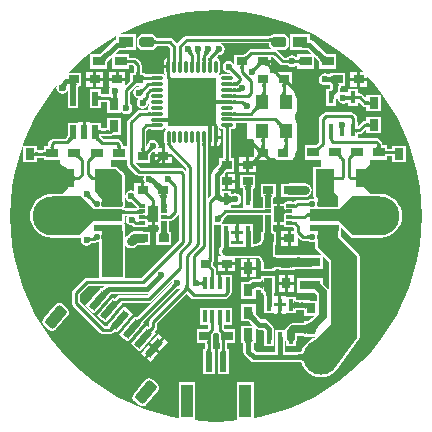
<source format=gtl>
G04*
G04 #@! TF.GenerationSoftware,Altium Limited,Altium Designer,20.0.13 (296)*
G04*
G04 Layer_Physical_Order=1*
G04 Layer_Color=255*
%FSLAX44Y44*%
%MOMM*%
G71*
G01*
G75*
%ADD12C,0.2540*%
G04:AMPARAMS|DCode=21|XSize=0.6mm|YSize=1.7mm|CornerRadius=0mm|HoleSize=0mm|Usage=FLASHONLY|Rotation=140.000|XOffset=0mm|YOffset=0mm|HoleType=Round|Shape=Rectangle|*
%AMROTATEDRECTD21*
4,1,4,0.7762,0.4583,-0.3166,-0.8440,-0.7762,-0.4583,0.3166,0.8440,0.7762,0.4583,0.0*
%
%ADD21ROTATEDRECTD21*%

G04:AMPARAMS|DCode=22|XSize=1mm|YSize=2mm|CornerRadius=0.25mm|HoleSize=0mm|Usage=FLASHONLY|Rotation=320.000|XOffset=0mm|YOffset=0mm|HoleType=Round|Shape=RoundedRectangle|*
%AMROUNDEDRECTD22*
21,1,1.0000,1.5000,0,0,320.0*
21,1,0.5000,2.0000,0,0,320.0*
1,1,0.5000,-0.2906,-0.7352*
1,1,0.5000,-0.6736,-0.4138*
1,1,0.5000,0.2906,0.7352*
1,1,0.5000,0.6736,0.4138*
%
%ADD22ROUNDEDRECTD22*%
%ADD23R,0.6000X1.7000*%
%ADD24R,1.0000X2.8000*%
%ADD25C,3.0000*%
%ADD26R,1.0160X0.8000*%
%ADD27R,0.8000X1.0160*%
%ADD28R,0.4500X1.0000*%
%ADD29R,0.7620X0.8890*%
%ADD30R,0.3250X1.0000*%
%ADD31R,0.8890X0.7620*%
%ADD32R,1.8000X0.8000*%
G04:AMPARAMS|DCode=33|XSize=2.45mm|YSize=0.565mm|CornerRadius=0.0424mm|HoleSize=0mm|Usage=FLASHONLY|Rotation=180.000|XOffset=0mm|YOffset=0mm|HoleType=Round|Shape=RoundedRectangle|*
%AMROUNDEDRECTD33*
21,1,2.4500,0.4803,0,0,180.0*
21,1,2.3653,0.5650,0,0,180.0*
1,1,0.0848,-1.1826,0.2401*
1,1,0.0848,1.1826,0.2401*
1,1,0.0848,1.1826,-0.2401*
1,1,0.0848,-1.1826,-0.2401*
%
%ADD33ROUNDEDRECTD33*%
G04:AMPARAMS|DCode=34|XSize=2.45mm|YSize=1mm|CornerRadius=0.075mm|HoleSize=0mm|Usage=FLASHONLY|Rotation=180.000|XOffset=0mm|YOffset=0mm|HoleType=Round|Shape=RoundedRectangle|*
%AMROUNDEDRECTD34*
21,1,2.4500,0.8500,0,0,180.0*
21,1,2.3000,1.0000,0,0,180.0*
1,1,0.1500,-1.1500,0.4250*
1,1,0.1500,1.1500,0.4250*
1,1,0.1500,1.1500,-0.4250*
1,1,0.1500,-1.1500,-0.4250*
%
%ADD34ROUNDEDRECTD34*%
G04:AMPARAMS|DCode=35|XSize=0.45mm|YSize=0.45mm|CornerRadius=0.0563mm|HoleSize=0mm|Usage=FLASHONLY|Rotation=180.000|XOffset=0mm|YOffset=0mm|HoleType=Round|Shape=RoundedRectangle|*
%AMROUNDEDRECTD35*
21,1,0.4500,0.3375,0,0,180.0*
21,1,0.3375,0.4500,0,0,180.0*
1,1,0.1125,-0.1688,0.1688*
1,1,0.1125,0.1688,0.1688*
1,1,0.1125,0.1688,-0.1688*
1,1,0.1125,-0.1688,-0.1688*
%
%ADD35ROUNDEDRECTD35*%
G04:AMPARAMS|DCode=36|XSize=0.3mm|YSize=0.5mm|CornerRadius=0.0375mm|HoleSize=0mm|Usage=FLASHONLY|Rotation=90.000|XOffset=0mm|YOffset=0mm|HoleType=Round|Shape=RoundedRectangle|*
%AMROUNDEDRECTD36*
21,1,0.3000,0.4250,0,0,90.0*
21,1,0.2250,0.5000,0,0,90.0*
1,1,0.0750,0.2125,0.1125*
1,1,0.0750,0.2125,-0.1125*
1,1,0.0750,-0.2125,-0.1125*
1,1,0.0750,-0.2125,0.1125*
%
%ADD36ROUNDEDRECTD36*%
G04:AMPARAMS|DCode=37|XSize=1.3mm|YSize=0.9mm|CornerRadius=0.0675mm|HoleSize=0mm|Usage=FLASHONLY|Rotation=90.000|XOffset=0mm|YOffset=0mm|HoleType=Round|Shape=RoundedRectangle|*
%AMROUNDEDRECTD37*
21,1,1.3000,0.7650,0,0,90.0*
21,1,1.1650,0.9000,0,0,90.0*
1,1,0.1350,0.3825,0.5825*
1,1,0.1350,0.3825,-0.5825*
1,1,0.1350,-0.3825,-0.5825*
1,1,0.1350,-0.3825,0.5825*
%
%ADD37ROUNDEDRECTD37*%
%ADD38R,1.5240X1.6000*%
%ADD39R,1.1000X1.3000*%
%ADD40R,0.5000X1.2000*%
G04:AMPARAMS|DCode=41|XSize=1.27mm|YSize=0.889mm|CornerRadius=0mm|HoleSize=0mm|Usage=FLASHONLY|Rotation=180.000|XOffset=0mm|YOffset=0mm|HoleType=Round|Shape=Octagon|*
%AMOCTAGOND41*
4,1,8,-0.6350,0.2223,-0.6350,-0.2223,-0.4128,-0.4445,0.4128,-0.4445,0.6350,-0.2223,0.6350,0.2223,0.4128,0.4445,-0.4128,0.4445,-0.6350,0.2223,0.0*
%
%ADD41OCTAGOND41*%

%ADD42R,1.2700X0.8890*%
%ADD43R,4.1000X4.1000*%
%ADD44O,0.2800X1.1000*%
%ADD45O,1.1000X0.2800*%
%ADD73C,0.4572*%
%ADD74C,0.7620*%
%ADD75C,0.6350*%
%ADD76C,3.3000*%
%ADD77C,0.6000*%
%ADD78C,0.6400*%
G36*
X1111279Y664972D02*
X1111358Y665213D01*
X1111362Y665429D01*
X1111293Y665620D01*
X1111150Y665785D01*
X1110933Y665925D01*
X1110642Y666039D01*
X1110277Y666128D01*
X1109838Y666191D01*
X1109326Y666229D01*
X1108739Y666242D01*
Y668782D01*
X1109453Y668792D01*
X1111275Y668950D01*
X1111776Y669044D01*
X1112224Y669159D01*
X1112619Y669295D01*
X1112961Y669452D01*
X1113251Y669631D01*
X1113486Y669829D01*
X1111279Y664972D01*
D02*
G37*
G36*
X1011857Y667714D02*
X1011943Y667498D01*
X1012086Y667307D01*
X1012288Y667142D01*
X1012546Y667002D01*
X1012862Y666888D01*
X1013236Y666799D01*
X1013667Y666736D01*
X1014155Y666698D01*
X1014701Y666685D01*
Y664145D01*
X1014155Y664132D01*
X1013667Y664094D01*
X1013236Y664031D01*
X1012862Y663942D01*
X1012546Y663828D01*
X1012288Y663688D01*
X1012086Y663523D01*
X1011943Y663332D01*
X1011857Y663116D01*
X1011828Y662875D01*
Y667955D01*
X1011857Y667714D01*
D02*
G37*
G36*
X1066516Y656130D02*
X1066284Y656121D01*
X1066053Y656090D01*
X1065824Y656037D01*
X1065595Y655961D01*
X1065368Y655863D01*
X1065142Y655742D01*
X1064917Y655600D01*
X1064694Y655434D01*
X1064471Y655247D01*
X1064249Y655037D01*
X1062453Y656833D01*
X1062663Y657055D01*
X1062850Y657278D01*
X1063016Y657501D01*
X1063158Y657726D01*
X1063279Y657952D01*
X1063377Y658179D01*
X1063453Y658408D01*
X1063506Y658637D01*
X1063537Y658868D01*
X1063546Y659100D01*
X1066516Y656130D01*
D02*
G37*
G36*
X979711Y670180D02*
Y667532D01*
X978513Y667293D01*
X977095Y666346D01*
X967566Y656817D01*
X966725Y656037D01*
X966030Y655480D01*
X965416Y655053D01*
X965271Y654970D01*
X963447D01*
X963403Y654979D01*
X963359Y654970D01*
X957739D01*
Y642970D01*
X971899D01*
Y646430D01*
X971908Y646474D01*
X971899Y646517D01*
Y648342D01*
X971982Y648487D01*
X972393Y649077D01*
X973528Y650419D01*
X976046Y652937D01*
X976281Y652840D01*
Y642970D01*
X990441D01*
Y645636D01*
X993537D01*
X994632Y644541D01*
Y639572D01*
X994469Y639540D01*
X991521D01*
Y636592D01*
X991457Y636270D01*
X991521Y635948D01*
Y633586D01*
X991512Y633543D01*
X991521Y633499D01*
Y632780D01*
X991430Y632649D01*
X990851Y631965D01*
X987660Y628774D01*
X987425Y628871D01*
Y632460D01*
X973455D01*
Y627380D01*
X974688D01*
X974771Y627126D01*
X973698Y625521D01*
X973310Y623570D01*
X973672Y621748D01*
X973477Y621528D01*
X973265Y621570D01*
X966500D01*
Y625250D01*
X957500D01*
Y609250D01*
X966500D01*
Y614902D01*
X971884D01*
X971900Y614886D01*
Y605441D01*
X983900D01*
Y606515D01*
X984143Y606589D01*
X984709Y605741D01*
X986363Y604636D01*
X988314Y604248D01*
X990265Y604636D01*
X991919Y605741D01*
X993024Y607395D01*
X993412Y609346D01*
X993024Y611297D01*
X991919Y612951D01*
X991766Y613053D01*
X991745Y613094D01*
X991718Y613164D01*
X991690Y613255D01*
X991664Y613369D01*
X991648Y613477D01*
Y623332D01*
X995459Y627143D01*
X995890Y627543D01*
X996227Y627813D01*
X996381Y627920D01*
X997100D01*
X997144Y627911D01*
X997187Y627920D01*
X998925D01*
X998950Y627666D01*
X997301Y627338D01*
X995647Y626233D01*
X994542Y624579D01*
X994154Y622628D01*
X994542Y620677D01*
X995647Y619023D01*
X997301Y617918D01*
X998152Y617749D01*
X998250Y617514D01*
X997320Y616123D01*
X996932Y614172D01*
X997320Y612221D01*
X998425Y610567D01*
X1000079Y609462D01*
X1002030Y609074D01*
X1003981Y609462D01*
X1005635Y610567D01*
X1006740Y612221D01*
X1006901Y613034D01*
X1007151Y613083D01*
X1007671Y612305D01*
Y612204D01*
X1006919Y611079D01*
X1006655Y609752D01*
X1006919Y608426D01*
X1006999Y608307D01*
X1006879Y608083D01*
X999465D01*
X998189Y607829D01*
X997107Y607106D01*
X989766Y599766D01*
X989044Y598684D01*
X988790Y597408D01*
Y577500D01*
X985298D01*
Y578394D01*
X985044Y579670D01*
X984322Y580752D01*
X982834Y582239D01*
X981752Y582962D01*
X980476Y583216D01*
X969121D01*
X967261Y585076D01*
X966858Y585509D01*
X966735Y585662D01*
X966856Y585916D01*
X974251D01*
X975527Y586170D01*
X976609Y586893D01*
X976615Y586899D01*
X983900D01*
Y601059D01*
X971900D01*
Y592584D01*
X966500D01*
Y597250D01*
X957540D01*
Y597790D01*
X953770D01*
Y589250D01*
X951230D01*
Y597790D01*
X947460D01*
Y597250D01*
X938500D01*
Y586102D01*
X938421Y585990D01*
X937839Y585303D01*
X936259Y583724D01*
X926937D01*
X925661Y583470D01*
X924579Y582747D01*
X923092Y581260D01*
X922369Y580178D01*
X922115Y578902D01*
Y577500D01*
X918369D01*
Y573945D01*
X912780D01*
Y577691D01*
X900848D01*
X900647Y577890D01*
X901030Y579042D01*
X905789Y590531D01*
X911356Y601652D01*
X917702Y612347D01*
X924794Y622563D01*
X929125Y627936D01*
X929355Y627828D01*
X929114Y626618D01*
X929502Y624667D01*
X930607Y623013D01*
X932261Y621908D01*
X934212Y621520D01*
X936163Y621908D01*
X937817Y623013D01*
X938257Y623672D01*
X938500Y623598D01*
Y623263D01*
X938491Y623219D01*
X938500Y623176D01*
Y609250D01*
X947500D01*
Y617042D01*
X947584Y617464D01*
Y626412D01*
X947616Y626776D01*
X947701Y627291D01*
X947803Y627670D01*
X947899Y627907D01*
X947907Y627920D01*
X950309D01*
Y639540D01*
X939707D01*
X939606Y639773D01*
X941072Y641348D01*
X950174Y649822D01*
X959857Y657626D01*
X970073Y664718D01*
X979491Y670306D01*
X979711Y670180D01*
D02*
G37*
G36*
X1058035Y656198D02*
X1057822Y656143D01*
X1057608Y656071D01*
X1057394Y655982D01*
X1057179Y655875D01*
X1056963Y655751D01*
X1056747Y655609D01*
X1056529Y655450D01*
X1056092Y655079D01*
X1055872Y654868D01*
X1053622Y656210D01*
X1053833Y656434D01*
X1054016Y656658D01*
X1054171Y656882D01*
X1054299Y657105D01*
X1054398Y657328D01*
X1054471Y657551D01*
X1054515Y657774D01*
X1054532Y657996D01*
X1054521Y658217D01*
X1054483Y658439D01*
X1058035Y656198D01*
D02*
G37*
G36*
X1043501Y658163D02*
X1043487Y657943D01*
X1043501Y657722D01*
X1043543Y657501D01*
X1043613Y657279D01*
X1043711Y657057D01*
X1043838Y656834D01*
X1043992Y656611D01*
X1044175Y656387D01*
X1044386Y656162D01*
X1042093Y654863D01*
X1041873Y655074D01*
X1041438Y655446D01*
X1041221Y655607D01*
X1040793Y655876D01*
X1040580Y655986D01*
X1040368Y656078D01*
X1040158Y656152D01*
X1039949Y656210D01*
X1043543Y658382D01*
X1043501Y658163D01*
D02*
G37*
G36*
X1109249Y662193D02*
X1111536Y659905D01*
X1111439Y659670D01*
X1094121D01*
X1092845Y659416D01*
X1091764Y658693D01*
X1088611Y655541D01*
X1088180Y655141D01*
X1087843Y654871D01*
X1087689Y654764D01*
X1086970D01*
X1086926Y654773D01*
X1086883Y654764D01*
X1079659D01*
Y646600D01*
X1079405Y646523D01*
X1078417Y648003D01*
X1076763Y649108D01*
X1074812Y649496D01*
X1072861Y649108D01*
X1071207Y648003D01*
X1070102Y646349D01*
X1069714Y644398D01*
X1070102Y642447D01*
X1071207Y640793D01*
X1072861Y639688D01*
X1074812Y639300D01*
X1075335Y639404D01*
X1075408Y639396D01*
X1075523Y639406D01*
X1075524Y639406D01*
X1075528Y639405D01*
X1075545Y639401D01*
X1075579Y639389D01*
X1075633Y639363D01*
X1075709Y639318D01*
X1075783Y639265D01*
X1076499Y638549D01*
X1076402Y638314D01*
X1069558D01*
X1068231Y638050D01*
X1067234Y637384D01*
X1066980Y637520D01*
Y637720D01*
X1066627D01*
X1066491Y637974D01*
X1067158Y638971D01*
X1067422Y640298D01*
Y648498D01*
X1067158Y649825D01*
X1066406Y650949D01*
X1065282Y651701D01*
X1064337Y651889D01*
X1064263Y652132D01*
X1065982Y653851D01*
X1066070Y653916D01*
X1066170Y653979D01*
X1066253Y654024D01*
X1066322Y654053D01*
X1066366Y654068D01*
X1066546Y654032D01*
X1068497Y654420D01*
X1070151Y655525D01*
X1071256Y657179D01*
X1071644Y659130D01*
X1071256Y661081D01*
X1070151Y662735D01*
X1068497Y663840D01*
X1068068Y663925D01*
X1068093Y664178D01*
X1109249D01*
Y662193D01*
D02*
G37*
G36*
X1051102Y656970D02*
X1050943Y656801D01*
X1050800Y656617D01*
X1050675Y656418D01*
X1050566Y656204D01*
X1050474Y655974D01*
X1050399Y655730D01*
X1050340Y655470D01*
X1050298Y655195D01*
X1050273Y654905D01*
X1050265Y654600D01*
X1047725Y654624D01*
X1047716Y654929D01*
X1047692Y655219D01*
X1047651Y655494D01*
X1047593Y655754D01*
X1047519Y656000D01*
X1047428Y656231D01*
X1047321Y656447D01*
X1047198Y656648D01*
X1047058Y656834D01*
X1046902Y657005D01*
X1051102Y656970D01*
D02*
G37*
G36*
X973101Y652940D02*
X972196Y652002D01*
X970774Y650321D01*
X970257Y649577D01*
X969868Y648898D01*
X969610Y648284D01*
X969481Y647735D01*
Y647250D01*
X969610Y646829D01*
X969868Y646474D01*
X963403Y652940D01*
X963758Y652681D01*
X964179Y652552D01*
X964664D01*
X965213Y652681D01*
X965827Y652940D01*
X966506Y653327D01*
X967250Y653845D01*
X968058Y654491D01*
X969868Y656172D01*
X973101Y652940D01*
D02*
G37*
G36*
X1092315Y652734D02*
X1091812Y652213D01*
X1091021Y651279D01*
X1090734Y650866D01*
X1090518Y650489D01*
X1090375Y650147D01*
X1090303Y649842D01*
Y649573D01*
X1090375Y649339D01*
X1090518Y649141D01*
X1086926Y652734D01*
X1087124Y652590D01*
X1087357Y652518D01*
X1087627D01*
X1087932Y652590D01*
X1088273Y652734D01*
X1088651Y652949D01*
X1089064Y653236D01*
X1089513Y653596D01*
X1090518Y654530D01*
X1092315Y652734D01*
D02*
G37*
G36*
X1135060Y646430D02*
X1135034Y646671D01*
X1134957Y646887D01*
X1134829Y647078D01*
X1134649Y647243D01*
X1134417Y647383D01*
X1134135Y647497D01*
X1133800Y647586D01*
X1133415Y647649D01*
X1132978Y647687D01*
X1132864Y647690D01*
X1132591Y647667D01*
X1132316Y647625D01*
X1132056Y647567D01*
X1131811Y647493D01*
X1131581Y647401D01*
X1131366Y647293D01*
X1131166Y647169D01*
X1130981Y647028D01*
X1130810Y646870D01*
Y651070D01*
X1130981Y650912D01*
X1131166Y650771D01*
X1131366Y650647D01*
X1131581Y650539D01*
X1131811Y650447D01*
X1132056Y650373D01*
X1132316Y650315D01*
X1132591Y650273D01*
X1132864Y650250D01*
X1132978Y650253D01*
X1133415Y650291D01*
X1133800Y650354D01*
X1134135Y650443D01*
X1134417Y650557D01*
X1134649Y650697D01*
X1134829Y650862D01*
X1134957Y651053D01*
X1135034Y651269D01*
X1135060Y651510D01*
Y646430D01*
D02*
G37*
G36*
X1060297Y651423D02*
X1060267Y649032D01*
X1057687D01*
X1057700Y649077D01*
X1057712Y649169D01*
X1057722Y649308D01*
X1057754Y650716D01*
X1057757Y651611D01*
X1060297Y651423D01*
D02*
G37*
G36*
X1055263Y649032D02*
X1052683D01*
X1052687Y649063D01*
X1052690Y649145D01*
X1052703Y651602D01*
X1055243D01*
X1055263Y649032D01*
D02*
G37*
G36*
X1050265Y651546D02*
X1050259Y649032D01*
X1047679D01*
X1047688Y649071D01*
X1047695Y649158D01*
X1047713Y649718D01*
X1047725Y651640D01*
X1050265Y651546D01*
D02*
G37*
G36*
X1045256Y649032D02*
X1042675D01*
X1042679Y649063D01*
X1042682Y649145D01*
X1042695Y651602D01*
X1045235D01*
X1045256Y649032D01*
D02*
G37*
G36*
X1035248D02*
X1032668D01*
X1032672Y649063D01*
X1032675Y649145D01*
X1032688Y651602D01*
X1035228D01*
X1035248Y649032D01*
D02*
G37*
G36*
X1030244D02*
X1027664D01*
X1027668Y649063D01*
X1027671Y649145D01*
X1027684Y651602D01*
X1030224D01*
X1030244Y649032D01*
D02*
G37*
G36*
X1126526Y646870D02*
X1126356Y647028D01*
X1126170Y647169D01*
X1125970Y647293D01*
X1125755Y647401D01*
X1125525Y647493D01*
X1125280Y647567D01*
X1125020Y647625D01*
X1124745Y647667D01*
X1124455Y647692D01*
X1124150Y647700D01*
Y650240D01*
X1124455Y650248D01*
X1124745Y650273D01*
X1125020Y650315D01*
X1125280Y650373D01*
X1125525Y650447D01*
X1125755Y650539D01*
X1125970Y650647D01*
X1126170Y650771D01*
X1126356Y650912D01*
X1126526Y651070D01*
Y646870D01*
D02*
G37*
G36*
X1154512Y655264D02*
X1156197Y653836D01*
X1156941Y653315D01*
X1157620Y652924D01*
X1158234Y652663D01*
X1158783Y652530D01*
X1159266Y652527D01*
X1159684Y652654D01*
X1160037Y652909D01*
X1153602Y646474D01*
X1153857Y646827D01*
X1153984Y647245D01*
X1153981Y647728D01*
X1153848Y648277D01*
X1153587Y648891D01*
X1153196Y649570D01*
X1152675Y650314D01*
X1152026Y651124D01*
X1150339Y652940D01*
X1153571Y656172D01*
X1154512Y655264D01*
D02*
G37*
G36*
X988406Y651269D02*
X988483Y651053D01*
X988611Y650862D01*
X988791Y650697D01*
X989023Y650557D01*
X989305Y650443D01*
X989640Y650354D01*
X990025Y650291D01*
X990462Y650253D01*
X990950Y650240D01*
Y647700D01*
X990462Y647687D01*
X990025Y647649D01*
X989640Y647586D01*
X989305Y647497D01*
X989023Y647383D01*
X988791Y647243D01*
X988611Y647078D01*
X988483Y646887D01*
X988406Y646671D01*
X988380Y646430D01*
Y651510D01*
X988406Y651269D01*
D02*
G37*
G36*
X1102808Y645205D02*
X1102613Y645346D01*
X1102381Y645414D01*
X1102113Y645411D01*
X1101809Y645337D01*
X1101468Y645190D01*
X1101091Y644971D01*
X1100677Y644681D01*
X1100226Y644318D01*
X1099215Y643378D01*
X1097419Y645174D01*
X1097925Y645698D01*
X1098722Y646636D01*
X1099012Y647050D01*
X1099231Y647427D01*
X1099378Y647768D01*
X1099452Y648073D01*
X1099455Y648340D01*
X1099387Y648572D01*
X1099246Y648767D01*
X1102808Y645205D01*
D02*
G37*
G36*
X1076688Y691930D02*
X1089053Y690601D01*
X1101292Y688393D01*
X1113342Y685317D01*
X1125142Y681390D01*
X1136631Y676631D01*
X1147752Y671064D01*
X1158447Y664718D01*
X1168663Y657626D01*
X1178346Y649822D01*
X1187448Y641348D01*
X1188411Y640313D01*
X1188310Y640080D01*
X1186180D01*
Y635000D01*
X1191895D01*
Y636225D01*
X1192131Y636317D01*
X1195922Y632246D01*
X1203726Y622563D01*
X1210818Y612347D01*
X1217164Y601652D01*
X1222731Y590531D01*
X1227490Y579042D01*
X1231417Y567242D01*
X1234493Y555192D01*
X1236701Y542953D01*
X1238030Y530588D01*
X1238474Y518160D01*
X1238030Y505732D01*
X1236701Y493367D01*
X1234493Y481128D01*
X1231417Y469078D01*
X1227490Y457278D01*
X1222731Y445789D01*
X1217164Y434668D01*
X1210818Y423973D01*
X1203726Y413757D01*
X1195922Y404074D01*
X1187448Y394972D01*
X1178346Y386498D01*
X1168663Y378694D01*
X1158447Y371602D01*
X1147752Y365256D01*
X1136631Y359689D01*
X1125142Y354930D01*
X1113342Y351003D01*
X1101292Y347927D01*
X1096205Y347010D01*
X1096010Y347172D01*
Y377239D01*
X1082010D01*
Y345239D01*
X1082217D01*
X1082231Y344986D01*
X1076688Y344390D01*
X1064260Y343946D01*
X1051832Y344390D01*
X1046289Y344986D01*
X1046302Y345239D01*
X1046510D01*
Y377239D01*
X1032510D01*
Y347172D01*
X1032315Y347010D01*
X1027228Y347927D01*
X1015178Y351003D01*
X1003378Y354930D01*
X991889Y359689D01*
X980768Y365256D01*
X970073Y371602D01*
X959857Y378694D01*
X950174Y386498D01*
X941072Y394972D01*
X932598Y404074D01*
X924794Y413757D01*
X917702Y423973D01*
X911356Y434668D01*
X905789Y445789D01*
X901030Y457278D01*
X897103Y469078D01*
X894027Y481128D01*
X891819Y493367D01*
X890490Y505732D01*
X890046Y518160D01*
X890490Y530588D01*
X891819Y542953D01*
X894027Y555192D01*
X897103Y567242D01*
X900526Y577527D01*
X900780Y577486D01*
Y563531D01*
X912780D01*
Y567277D01*
X918369D01*
Y565500D01*
X932340D01*
X932340Y561875D01*
X939191Y557910D01*
Y541782D01*
X934111Y536702D01*
X932337D01*
X932087Y536699D01*
X925771D01*
X925260Y536749D01*
X921633Y536392D01*
X918146Y535335D01*
X914932Y533617D01*
X912115Y531305D01*
X909803Y528488D01*
X908085Y525274D01*
X907028Y521787D01*
X906671Y518160D01*
X907028Y514533D01*
X908085Y511046D01*
X909803Y507832D01*
X912115Y505015D01*
X914932Y502703D01*
X918146Y500985D01*
X921633Y499928D01*
X925260Y499571D01*
X925768Y499621D01*
X948469Y499611D01*
X948470Y499611D01*
X948470Y499611D01*
X948869Y499690D01*
X949250Y499766D01*
X949250Y499766D01*
X949250Y499766D01*
X949569Y499979D01*
X949863Y500175D01*
X950013Y500083D01*
X950038Y500060D01*
X950071Y500020D01*
X949688Y498094D01*
X950076Y496143D01*
X951181Y494489D01*
X952835Y493384D01*
X954786Y492996D01*
X956737Y493384D01*
X958391Y494489D01*
X958706Y494962D01*
X958774Y495017D01*
X958846Y495104D01*
X958857Y495111D01*
X958887Y495125D01*
X958941Y495144D01*
X959025Y495165D01*
X959114Y495181D01*
X960985D01*
X962261Y495434D01*
X962392Y495522D01*
X962477Y495544D01*
X962714Y495659D01*
X962965Y495742D01*
X963178Y495862D01*
X963436Y496084D01*
X963707Y496291D01*
X963712Y496300D01*
X964758D01*
X965085Y496365D01*
X965281Y496204D01*
X965281Y466567D01*
X965420Y465868D01*
X965269Y465614D01*
X954786D01*
X953510Y465360D01*
X952429Y464637D01*
X943285Y455494D01*
X942562Y454412D01*
X942308Y453136D01*
Y444500D01*
X942562Y443224D01*
X943285Y442142D01*
X966398Y419029D01*
X967480Y418306D01*
X968756Y418052D01*
X974293D01*
X975569Y418306D01*
X976651Y419029D01*
X978328Y420706D01*
X978432Y420793D01*
X978438Y420798D01*
X980398Y419153D01*
X993897Y435240D01*
X986237Y441668D01*
X974064Y427161D01*
X974028Y427132D01*
X974008Y427094D01*
X972738Y425581D01*
X973157Y425229D01*
X973168Y424976D01*
X972912Y424720D01*
X970137D01*
X948976Y445881D01*
Y451755D01*
X956167Y458946D01*
X969324D01*
X969421Y458711D01*
X968539Y457830D01*
X967777Y457178D01*
X967763Y457169D01*
X967085Y457737D01*
X965808Y456216D01*
X965774Y456188D01*
X965752Y456148D01*
X953587Y441650D01*
X961247Y435223D01*
X973338Y449632D01*
X973349Y449640D01*
X973364Y449663D01*
X973413Y449720D01*
X973447Y449748D01*
X973469Y449788D01*
X974746Y451309D01*
X974725Y451327D01*
X974707Y451580D01*
X975160Y452090D01*
X975392Y452322D01*
X1006094D01*
X1007042Y452511D01*
X1007162Y452287D01*
X1006012Y451136D01*
X983099D01*
X981823Y450882D01*
X980741Y450159D01*
X978742Y448160D01*
X978644Y448078D01*
X978619Y448060D01*
X976661Y449702D01*
X963163Y433615D01*
X970823Y427188D01*
X982981Y441677D01*
X983015Y441704D01*
X983037Y441744D01*
X984322Y443275D01*
X983903Y443626D01*
X983892Y443880D01*
X984480Y444468D01*
X1007393D01*
X1008669Y444722D01*
X1009750Y445444D01*
X1026374Y462068D01*
X1026591Y461926D01*
X1026561Y461850D01*
X1026536Y461708D01*
X1026519Y461642D01*
X1026492Y461566D01*
X1026454Y461479D01*
X1026402Y461379D01*
X1026335Y461268D01*
X1026265Y461168D01*
X1026137Y461012D01*
X997525Y432401D01*
X997429Y432320D01*
X997401Y432300D01*
X995812Y433633D01*
X982314Y417546D01*
X989974Y411118D01*
X1003473Y427205D01*
X1002685Y427866D01*
X1002674Y428119D01*
X1030530Y455975D01*
X1030603Y456027D01*
X1030677Y456070D01*
X1030728Y456094D01*
X1030757Y456105D01*
X1030768Y456108D01*
X1030878Y456097D01*
X1030970Y456106D01*
X1031542Y455992D01*
X1033493Y456380D01*
X1034202Y456854D01*
X1034363Y456656D01*
X1008739Y431032D01*
X1008017Y429951D01*
X1007763Y428675D01*
Y425397D01*
X1006887Y424521D01*
X1006783Y424434D01*
X1006779Y424431D01*
X1005388Y425598D01*
X991889Y409511D01*
X999550Y403083D01*
X1013048Y419170D01*
X1012060Y419999D01*
X1012049Y420253D01*
X1013455Y421659D01*
X1014177Y422741D01*
X1014431Y424016D01*
Y427294D01*
X1039495Y452358D01*
X1043107Y448746D01*
X1044188Y448024D01*
X1045464Y447770D01*
X1071626D01*
X1072902Y448024D01*
X1073984Y448746D01*
X1076367Y451130D01*
X1077090Y452212D01*
X1077344Y453488D01*
Y454010D01*
X1077635D01*
Y455993D01*
X1077644Y456037D01*
X1077643Y456039D01*
X1077644Y456040D01*
X1077635Y456084D01*
Y468010D01*
X1071675D01*
Y468550D01*
X1068780D01*
Y461010D01*
X1066240D01*
Y468550D01*
X1064344D01*
Y472769D01*
X1064090Y474045D01*
X1063367Y475127D01*
X1062069Y476425D01*
Y479514D01*
X1062260Y479800D01*
X1062514Y481076D01*
Y511352D01*
X1062738Y511472D01*
X1063579Y510910D01*
X1065530Y510522D01*
X1067481Y510910D01*
X1068105Y511327D01*
X1068290Y511145D01*
Y504763D01*
X1068170Y504160D01*
Y492829D01*
X1067000Y491078D01*
X1066549Y488811D01*
X1067000Y486544D01*
X1068284Y484622D01*
X1069046Y484113D01*
X1068972Y483870D01*
X1066165D01*
Y478790D01*
X1073150D01*
X1080135D01*
Y482887D01*
X1097894D01*
X1098839Y482748D01*
X1099711Y482506D01*
X1100397Y482199D01*
X1100920Y481843D01*
X1101320Y481437D01*
X1101633Y480953D01*
X1101875Y480349D01*
X1101948Y480005D01*
Y471583D01*
X1111874D01*
X1111917Y471574D01*
X1111961Y471583D01*
X1113948D01*
Y472711D01*
X1114238Y472783D01*
X1114899Y472894D01*
X1116476Y473001D01*
X1116999Y472970D01*
X1117728Y472888D01*
X1117886Y472862D01*
Y472091D01*
X1119825D01*
X1119860Y472083D01*
X1119889Y472088D01*
X1119917Y472082D01*
X1119960Y472091D01*
X1127432D01*
X1127476Y472082D01*
X1127504Y472088D01*
X1127532Y472083D01*
X1127567Y472091D01*
X1129506D01*
Y472808D01*
X1132858Y473057D01*
X1143699D01*
X1144912Y473298D01*
X1155016D01*
Y483624D01*
X1155251Y483721D01*
X1159503Y479469D01*
X1159503Y456171D01*
X1159260Y456097D01*
X1158415Y457361D01*
X1155016Y460760D01*
Y465298D01*
X1133016D01*
Y453298D01*
X1147554D01*
X1149408Y451444D01*
Y446373D01*
X1144448D01*
X1143609Y446933D01*
X1141937Y447266D01*
X1133618D01*
X1133253Y447298D01*
X1132737Y447383D01*
X1132358Y447485D01*
X1132120Y447581D01*
X1132112Y447586D01*
Y449896D01*
X1123612D01*
Y443499D01*
X1123492Y442896D01*
X1123612Y442293D01*
Y435896D01*
X1132112D01*
Y438206D01*
X1132120Y438211D01*
X1132358Y438307D01*
X1132737Y438409D01*
X1133253Y438494D01*
X1133618Y438526D01*
X1136951D01*
X1137315Y438494D01*
X1137829Y438409D01*
X1138208Y438307D01*
X1138446Y438211D01*
X1138460Y438202D01*
Y433483D01*
X1146922D01*
X1147019Y433248D01*
X1145388Y431617D01*
X1144218Y430618D01*
X1143531Y430116D01*
X1142875Y429695D01*
X1142272Y429366D01*
X1141729Y429127D01*
X1141251Y428970D01*
X1140840Y428886D01*
X1140345Y428851D01*
X1140332Y428847D01*
X1138460D01*
Y427691D01*
X1138428Y427682D01*
X1137931Y427586D01*
X1135870Y427424D01*
X1129792D01*
X1127773Y427023D01*
X1126061Y425879D01*
X1124029Y423847D01*
X1122885Y422135D01*
X1122855Y421982D01*
X1122612Y421956D01*
Y421956D01*
X1122612Y421956D01*
X1114112D01*
Y415559D01*
X1113992Y414956D01*
Y403150D01*
X1098074D01*
X1096062Y405162D01*
Y409441D01*
X1096076Y409664D01*
X1096144Y410217D01*
X1096228Y410641D01*
X1096261Y410750D01*
X1097692D01*
Y412737D01*
X1097701Y412780D01*
X1097692Y412824D01*
Y422846D01*
X1097916Y422966D01*
X1099100Y422175D01*
X1100772Y421842D01*
X1103598D01*
X1104456Y420984D01*
Y414992D01*
X1104612Y414208D01*
Y407956D01*
X1113112D01*
Y414353D01*
X1113232Y414956D01*
X1113196Y415137D01*
Y422794D01*
X1112863Y424466D01*
X1111916Y425884D01*
X1108498Y429302D01*
X1107080Y430249D01*
X1105408Y430582D01*
X1102582D01*
X1099528Y433636D01*
X1098751Y434472D01*
X1098190Y435171D01*
X1097760Y435787D01*
X1097692Y435905D01*
Y443452D01*
X1085692D01*
Y429292D01*
X1091079D01*
X1091197Y429224D01*
X1091790Y428810D01*
X1093133Y427671D01*
X1095659Y425145D01*
X1095562Y424910D01*
X1085692D01*
Y412824D01*
X1085683Y412780D01*
X1085692Y412737D01*
Y410750D01*
X1087123D01*
X1087156Y410641D01*
X1087234Y410248D01*
X1087322Y409287D01*
Y403352D01*
X1087655Y401680D01*
X1088602Y400262D01*
X1093174Y395690D01*
X1094592Y394743D01*
X1096264Y394410D01*
X1118165D01*
X1118263Y394430D01*
X1118362Y394410D01*
X1134757D01*
X1135112Y394378D01*
X1135641Y394291D01*
X1136068Y394181D01*
X1136391Y394060D01*
X1136615Y393941D01*
X1136754Y393838D01*
X1136834Y393754D01*
X1136884Y393678D01*
X1136994Y393417D01*
X1137044Y393343D01*
X1137378Y392243D01*
X1138957Y389290D01*
X1141081Y386701D01*
X1143670Y384577D01*
X1146623Y382998D01*
X1149827Y382026D01*
X1153160Y381698D01*
X1156493Y382026D01*
X1159697Y382998D01*
X1162650Y384577D01*
X1165239Y386701D01*
X1167363Y389290D01*
X1167952Y390392D01*
X1185391Y413889D01*
X1185499Y414115D01*
X1185638Y414324D01*
X1185667Y414472D01*
X1185732Y414608D01*
X1185744Y414858D01*
X1185793Y415104D01*
X1185793Y484010D01*
X1185638Y484790D01*
X1185196Y485452D01*
X1169739Y500909D01*
Y504526D01*
X1169834Y504668D01*
X1169989Y505449D01*
Y508741D01*
X1170227Y508831D01*
X1177528Y500544D01*
X1177572Y500510D01*
X1177602Y500464D01*
X1177887Y500270D01*
X1178160Y500061D01*
X1178214Y500047D01*
X1178259Y500016D01*
X1178596Y499945D01*
X1178929Y499857D01*
X1178984Y499864D01*
X1179038Y499853D01*
X1202695Y499626D01*
X1203260Y499571D01*
X1206887Y499928D01*
X1210374Y500985D01*
X1213588Y502703D01*
X1216405Y505015D01*
X1218717Y507832D01*
X1220434Y511046D01*
X1221492Y514533D01*
X1221850Y518160D01*
X1221492Y521787D01*
X1220434Y525274D01*
X1218717Y528488D01*
X1216405Y531305D01*
X1213588Y533617D01*
X1210374Y535335D01*
X1206887Y536392D01*
X1203260Y536749D01*
X1202749Y536699D01*
X1194671Y536699D01*
X1194491Y536879D01*
Y537916D01*
X1188179Y544228D01*
X1188179Y545656D01*
X1190625D01*
Y549530D01*
Y557910D01*
X1194491Y561776D01*
Y565823D01*
X1194721Y565881D01*
Y565881D01*
X1208881D01*
Y568547D01*
X1213200D01*
Y563531D01*
X1225200D01*
Y577691D01*
X1213200D01*
Y575215D01*
X1208881D01*
Y577881D01*
X1205135D01*
Y578993D01*
X1204881Y580269D01*
X1204158Y581351D01*
X1202000Y583509D01*
X1200918Y584232D01*
X1199642Y584486D01*
X1184690D01*
Y587186D01*
X1185642D01*
X1186918Y587440D01*
X1187999Y588162D01*
X1191375Y591538D01*
X1191610Y591441D01*
Y588169D01*
X1203610D01*
Y602329D01*
X1191610D01*
Y598583D01*
X1190371D01*
X1189095Y598329D01*
X1188014Y597607D01*
X1184925Y594518D01*
X1184690Y594615D01*
Y595446D01*
X1184699Y595490D01*
X1184690Y595533D01*
Y597520D01*
X1183672D01*
Y601000D01*
X1183418Y602276D01*
X1182695Y603358D01*
X1181208Y604846D01*
X1180126Y605568D01*
X1178850Y605822D01*
X1157123D01*
X1155847Y605568D01*
X1154765Y604846D01*
X1152327Y602407D01*
X1151604Y601325D01*
X1151350Y600049D01*
Y580437D01*
X1149571Y578658D01*
X1149140Y578258D01*
X1148803Y577988D01*
X1148649Y577881D01*
X1147930D01*
X1147886Y577890D01*
X1147843Y577881D01*
X1139349D01*
Y565881D01*
X1153488D01*
Y559949D01*
X1148715D01*
X1148518Y559910D01*
X1146715D01*
Y558107D01*
X1146676Y557910D01*
Y534797D01*
X1146676Y534797D01*
X1146831Y534017D01*
X1147273Y533355D01*
X1147273Y533355D01*
X1148031Y532597D01*
X1148023Y532525D01*
X1147747Y532325D01*
X1147540Y532366D01*
X1144165D01*
X1143165Y532167D01*
X1142983Y532046D01*
X1142977Y532045D01*
X1142752Y531894D01*
X1142510Y531774D01*
X1142424Y531675D01*
X1142315Y531603D01*
X1142249Y531504D01*
X1142215Y531496D01*
X1142043Y531467D01*
X1141634Y531434D01*
X1132774D01*
X1131498Y531180D01*
X1130416Y530457D01*
X1130239Y530280D01*
X1129772D01*
X1129532Y530284D01*
X1129468Y530288D01*
X1129438Y530308D01*
X1128511Y530493D01*
X1124261D01*
X1123335Y530308D01*
X1122549Y529783D01*
X1122024Y528998D01*
X1121943Y528587D01*
X1121731Y528446D01*
X1121211Y528549D01*
X1118656D01*
Y519446D01*
Y510343D01*
X1121211D01*
X1121731Y510446D01*
X1121943Y510305D01*
X1122024Y509894D01*
X1122549Y509109D01*
X1123335Y508584D01*
X1124261Y508400D01*
X1128511D01*
X1129214Y508539D01*
X1129597Y508560D01*
X1130522Y507635D01*
Y505476D01*
X1127546D01*
Y499126D01*
Y492776D01*
X1133261D01*
Y499973D01*
X1133496Y500071D01*
X1135305Y498262D01*
X1136387Y497539D01*
X1137663Y497285D01*
X1141683D01*
X1141721Y497283D01*
X1141970Y497253D01*
X1142153Y497219D01*
X1142196Y497207D01*
X1142315Y497029D01*
X1142413Y496964D01*
X1142488Y496875D01*
X1142741Y496745D01*
X1142977Y496587D01*
X1142983Y496586D01*
X1143165Y496465D01*
X1144165Y496266D01*
X1147540D01*
X1147964Y496350D01*
X1148161Y496189D01*
X1148161Y491656D01*
X1148316Y490876D01*
X1148758Y490214D01*
X1153439Y485533D01*
X1153342Y485298D01*
X1135090D01*
X1135046Y485307D01*
X1135003Y485298D01*
X1134881D01*
X1134871Y485299D01*
X1134867Y485298D01*
X1133016D01*
Y485098D01*
X1129926Y484904D01*
X1129506D01*
Y484981D01*
X1127519D01*
X1127476Y484990D01*
X1127462Y484987D01*
X1127449Y484990D01*
X1127409Y484981D01*
X1119960D01*
X1119917Y484990D01*
X1119895Y484986D01*
X1119874Y484989D01*
X1119481Y484981D01*
X1117886D01*
Y484948D01*
X1115948Y484907D01*
X1115755Y484911D01*
X1114054Y485048D01*
X1113948Y485064D01*
Y485743D01*
X1113894D01*
X1113872Y486458D01*
Y491123D01*
X1113917Y491972D01*
X1114002Y492699D01*
X1114103Y493275D01*
X1114114Y493316D01*
X1115195D01*
Y495303D01*
X1115204Y495346D01*
X1115195Y495390D01*
Y504936D01*
X1113148D01*
X1113087Y504942D01*
X1113069Y504972D01*
X1112974Y505205D01*
X1112873Y505579D01*
X1112788Y506089D01*
X1112756Y506450D01*
Y509652D01*
X1112760Y509952D01*
X1112830Y510305D01*
X1113042Y510446D01*
X1113561Y510343D01*
X1116116D01*
Y519446D01*
Y528549D01*
X1113561D01*
X1113042Y528446D01*
X1112830Y528587D01*
X1112807Y528706D01*
X1112756Y530998D01*
Y532454D01*
X1112787Y532808D01*
X1112871Y533321D01*
X1112970Y533699D01*
X1113065Y533935D01*
X1113076Y533953D01*
X1113101Y533956D01*
X1114941D01*
Y535943D01*
X1114950Y535987D01*
X1114941Y536030D01*
Y545576D01*
X1102051D01*
Y536030D01*
X1102043Y535987D01*
X1102051Y535943D01*
Y533956D01*
X1103748D01*
X1103820Y533756D01*
X1103914Y533361D01*
X1103992Y532832D01*
X1104016Y532520D01*
Y529252D01*
X1104013Y528940D01*
X1103840Y528071D01*
Y525821D01*
X1103897Y525534D01*
X1103689Y525280D01*
X1095790D01*
Y531557D01*
X1095910Y532160D01*
X1095874Y532341D01*
Y540313D01*
X1095884Y540489D01*
X1095948Y541051D01*
X1096028Y541487D01*
X1096048Y541560D01*
X1097375D01*
Y543540D01*
X1097384Y543583D01*
X1097375Y543628D01*
Y553180D01*
X1084485D01*
Y541560D01*
X1086811D01*
X1086819Y541548D01*
X1086915Y541310D01*
X1087017Y540931D01*
X1087102Y540416D01*
X1087134Y540052D01*
Y532196D01*
X1087290Y531412D01*
Y525280D01*
X1076790D01*
Y527455D01*
X1076798Y527460D01*
X1077036Y527556D01*
X1077415Y527658D01*
X1077931Y527743D01*
X1078064Y527755D01*
X1078565Y527420D01*
X1080516Y527032D01*
X1082467Y527420D01*
X1084121Y528525D01*
X1085226Y530179D01*
X1085614Y532130D01*
X1085226Y534081D01*
X1084121Y535735D01*
X1082467Y536840D01*
X1080516Y537228D01*
X1078565Y536840D01*
X1078104Y536532D01*
X1077931Y536547D01*
X1077415Y536632D01*
X1077036Y536734D01*
X1076798Y536830D01*
X1076790Y536835D01*
Y539160D01*
X1069157D01*
X1069091Y539555D01*
X1069043Y540063D01*
Y541020D01*
X1072134D01*
Y547370D01*
Y553720D01*
X1071678D01*
X1071585Y553956D01*
X1072139Y554471D01*
X1072838Y555032D01*
X1073454Y555462D01*
X1073572Y555530D01*
X1079849D01*
Y567150D01*
X1076992D01*
Y591401D01*
X1077758D01*
X1079085Y591665D01*
X1080209Y592417D01*
X1080961Y593541D01*
X1081225Y594868D01*
X1080961Y596195D01*
X1080898Y596288D01*
X1081018Y596512D01*
X1090676D01*
Y583819D01*
X1095239Y579256D01*
X1096724Y580741D01*
X1096733Y580509D01*
X1096764Y580278D01*
X1096817Y580049D01*
X1096893Y579821D01*
X1096991Y579593D01*
X1097112Y579367D01*
X1097254Y579142D01*
X1097420Y578918D01*
X1097607Y578696D01*
X1097817Y578474D01*
X1096645Y577303D01*
Y567690D01*
X1092200D01*
Y562610D01*
X1097915D01*
Y565150D01*
X1108742D01*
X1108709Y565196D01*
X1108529Y565411D01*
X1108120Y565849D01*
X1108274Y566154D01*
X1108045Y565924D01*
X1107524Y566427D01*
X1106590Y567218D01*
X1106177Y567505D01*
X1105799Y567720D01*
X1105458Y567864D01*
X1105153Y567936D01*
X1104883D01*
X1104650Y567864D01*
X1104452Y567720D01*
X1108045Y571313D01*
X1107901Y571115D01*
X1107829Y570882D01*
Y570612D01*
X1107901Y570307D01*
X1108045Y569966D01*
X1108260Y569588D01*
X1108547Y569175D01*
X1108907Y568726D01*
X1109581Y568000D01*
X1109773Y567844D01*
X1109996Y567691D01*
X1110217Y567567D01*
X1110438Y567472D01*
X1110657Y567406D01*
X1110875Y567369D01*
X1111092Y567361D01*
X1111308Y567383D01*
X1111523Y567433D01*
X1110272Y565150D01*
X1114982D01*
X1115193Y565640D01*
X1115282Y565450D01*
X1115396Y565281D01*
X1115516Y565150D01*
X1129792D01*
X1130407Y565765D01*
X1129509Y566663D01*
X1129719Y566885D01*
X1129906Y567108D01*
X1130072Y567331D01*
X1130214Y567556D01*
X1130335Y567782D01*
X1130433Y568009D01*
X1130509Y568238D01*
X1130562Y568467D01*
X1130593Y568698D01*
X1130602Y568930D01*
X1132087Y567445D01*
X1133602Y568960D01*
Y571102D01*
X1131502D01*
X1131660Y571273D01*
X1131801Y571458D01*
X1131925Y571658D01*
X1132033Y571873D01*
X1132124Y572103D01*
X1132199Y572348D01*
X1132257Y572608D01*
X1132299Y572883D01*
X1132324Y573173D01*
X1132332Y573478D01*
X1133602D01*
Y597209D01*
X1132332D01*
X1132324Y597514D01*
X1132299Y597804D01*
X1132257Y598079D01*
X1132199Y598339D01*
X1132124Y598584D01*
X1132033Y598814D01*
X1131925Y599029D01*
X1131801Y599229D01*
X1131660Y599414D01*
X1131502Y599585D01*
X1133602D01*
Y603869D01*
X1131502D01*
X1131660Y604040D01*
X1131801Y604225D01*
X1131925Y604425D01*
X1132033Y604640D01*
X1132124Y604870D01*
X1132199Y605115D01*
X1132257Y605375D01*
X1132299Y605650D01*
X1132324Y605940D01*
X1132332Y606245D01*
X1133602D01*
Y617655D01*
X1132332D01*
X1132324Y617960D01*
X1132299Y618250D01*
X1132257Y618525D01*
X1132199Y618785D01*
X1132124Y619030D01*
X1132033Y619260D01*
X1131925Y619475D01*
X1131801Y619675D01*
X1131660Y619860D01*
X1131502Y620031D01*
X1133602D01*
Y622173D01*
X1132087Y623688D01*
X1130602Y622203D01*
X1130593Y622435D01*
X1130562Y622666D01*
X1130509Y622895D01*
X1130433Y623124D01*
X1130335Y623351D01*
X1130214Y623577D01*
X1130072Y623802D01*
X1129906Y624025D01*
X1129719Y624248D01*
X1129509Y624470D01*
X1130407Y625368D01*
X1128395Y627380D01*
Y640080D01*
X1116327D01*
X1116328Y640079D01*
X1116493Y639855D01*
X1116681Y639632D01*
X1116890Y639411D01*
X1115094Y637615D01*
X1114873Y637824D01*
X1114650Y638012D01*
X1114426Y638177D01*
X1114202Y638320D01*
X1113976Y638440D01*
X1113748Y638538D01*
X1113520Y638614D01*
X1113290Y638667D01*
X1113060Y638699D01*
X1112828Y638707D01*
X1114948Y640827D01*
X1114068Y641707D01*
X1110559D01*
X1110164Y642103D01*
X1109798Y641737D01*
X1109789Y641969D01*
X1109758Y642200D01*
X1109705Y642429D01*
X1109629Y642658D01*
X1109530Y642885D01*
X1109410Y643111D01*
X1109267Y643336D01*
X1109102Y643560D01*
X1108915Y643782D01*
X1108705Y644004D01*
X1110501Y645800D01*
X1110615Y645692D01*
Y647684D01*
X1104583D01*
X1103630Y648636D01*
Y650224D01*
X1110615D01*
Y653002D01*
X1112155D01*
X1118544Y646612D01*
X1119626Y645890D01*
X1120902Y645636D01*
X1124537D01*
X1124645Y645620D01*
X1124760Y645594D01*
X1124850Y645566D01*
X1124920Y645539D01*
X1124961Y645518D01*
X1125063Y645365D01*
X1126717Y644260D01*
X1128668Y643872D01*
X1130619Y644260D01*
X1132273Y645365D01*
X1132375Y645518D01*
X1132416Y645539D01*
X1132486Y645566D01*
X1132577Y645594D01*
X1132691Y645620D01*
X1132745Y645628D01*
X1132999Y645482D01*
Y642970D01*
X1147159D01*
Y652840D01*
X1147394Y652937D01*
X1149704Y650627D01*
X1150482Y649790D01*
X1151043Y649091D01*
X1151473Y648475D01*
X1151541Y648357D01*
Y642970D01*
X1165701D01*
Y654970D01*
X1158154D01*
X1158036Y655038D01*
X1157443Y655452D01*
X1156100Y656591D01*
X1146345Y666346D01*
X1144927Y667293D01*
X1143729Y667532D01*
Y671860D01*
X1127029D01*
Y658970D01*
X1137116D01*
X1137538Y658886D01*
X1141445D01*
X1145126Y655205D01*
X1145029Y654970D01*
X1132999D01*
Y652458D01*
X1132745Y652312D01*
X1132691Y652320D01*
X1132577Y652346D01*
X1132486Y652374D01*
X1132416Y652401D01*
X1132375Y652422D01*
X1132273Y652575D01*
X1130619Y653680D01*
X1128668Y654068D01*
X1126717Y653680D01*
X1125063Y652575D01*
X1124961Y652422D01*
X1124920Y652401D01*
X1124850Y652374D01*
X1124759Y652346D01*
X1124645Y652320D01*
X1124537Y652304D01*
X1122283D01*
X1115893Y658693D01*
X1115844Y658727D01*
X1115917Y658970D01*
X1122726D01*
X1125949Y662193D01*
Y668637D01*
X1122726Y671860D01*
X1113664D01*
X1113659Y671861D01*
X1113647Y671860D01*
X1113588D01*
X1113556Y671868D01*
X1113510Y671860D01*
X1112471D01*
X1111771Y671160D01*
X1111637Y671114D01*
X1111333Y671036D01*
X1110998Y670973D01*
X1109532Y670846D01*
X1039368D01*
X1038092Y670592D01*
X1037010Y669870D01*
X1031600Y664459D01*
X1031391Y664146D01*
X1031138Y664121D01*
X1027486Y667773D01*
X1026405Y668495D01*
X1025129Y668749D01*
X1014080D01*
X1010969Y671860D01*
X1000714D01*
X997491Y668637D01*
Y662193D01*
X1000714Y658970D01*
X1010969D01*
X1014080Y662081D01*
X1023748D01*
X1025620Y660209D01*
Y652352D01*
X1025366Y652218D01*
X1025144Y652263D01*
Y644398D01*
X1023874D01*
Y643128D01*
X1019857D01*
Y640298D01*
X1020163Y638761D01*
X1020900Y637657D01*
Y637418D01*
X1020646Y637282D01*
X1019649Y637949D01*
X1018322Y638213D01*
X1010122D01*
X1009455Y638080D01*
X1004411D01*
Y639540D01*
X1001300D01*
Y645922D01*
X1001046Y647198D01*
X1000324Y648279D01*
X997275Y651328D01*
X996194Y652050D01*
X994918Y652304D01*
X990441D01*
Y654970D01*
X978411D01*
X978314Y655205D01*
X981995Y658886D01*
X985902D01*
X986324Y658970D01*
X996411D01*
Y671860D01*
X982911D01*
X982852Y672107D01*
X991889Y676631D01*
X1003378Y681390D01*
X1015178Y685317D01*
X1027228Y688393D01*
X1039467Y690601D01*
X1051832Y691930D01*
X1064260Y692374D01*
X1076688Y691930D01*
D02*
G37*
G36*
X1088403Y645179D02*
X1088187Y645102D01*
X1087996Y644974D01*
X1087831Y644794D01*
X1087691Y644562D01*
X1087577Y644280D01*
X1087488Y643945D01*
X1087425Y643560D01*
X1087387Y643123D01*
X1087374Y642635D01*
X1084834D01*
X1084821Y643123D01*
X1084783Y643560D01*
X1084720Y643945D01*
X1084631Y644280D01*
X1084517Y644562D01*
X1084377Y644794D01*
X1084212Y644974D01*
X1084021Y645102D01*
X1083805Y645179D01*
X1083564Y645205D01*
X1088644D01*
X1088403Y645179D01*
D02*
G37*
G36*
X1098686Y642849D02*
X1098476Y642627D01*
X1098290Y642403D01*
X1098127Y642179D01*
X1097988Y641954D01*
X1097873Y641728D01*
X1097781Y641500D01*
X1097712Y641272D01*
X1097668Y641042D01*
X1097646Y640811D01*
X1097649Y640580D01*
X1094531Y643394D01*
X1094762Y643414D01*
X1094991Y643455D01*
X1095219Y643517D01*
X1095447Y643601D01*
X1095673Y643705D01*
X1095898Y643831D01*
X1096122Y643977D01*
X1096345Y644145D01*
X1096567Y644333D01*
X1096788Y644543D01*
X1098686Y642849D01*
D02*
G37*
G36*
X1077827Y644535D02*
X1077883Y644310D01*
X1077959Y644086D01*
X1078053Y643863D01*
X1078167Y643640D01*
X1078300Y643418D01*
X1078453Y643196D01*
X1078624Y642975D01*
X1078815Y642754D01*
X1079026Y642534D01*
X1077492Y640476D01*
X1077269Y640686D01*
X1077045Y640870D01*
X1076820Y641030D01*
X1076595Y641163D01*
X1076370Y641271D01*
X1076144Y641353D01*
X1075917Y641410D01*
X1075689Y641442D01*
X1075462Y641447D01*
X1075233Y641428D01*
X1077790Y644760D01*
X1077827Y644535D01*
D02*
G37*
G36*
X999249Y639561D02*
X999287Y639124D01*
X999350Y638739D01*
X999439Y638404D01*
X999554Y638122D01*
X999693Y637890D01*
X999858Y637710D01*
X1000049Y637582D01*
X1000265Y637505D01*
X1000506Y637479D01*
X995426D01*
X995667Y637505D01*
X995883Y637582D01*
X996074Y637710D01*
X996239Y637890D01*
X996378Y638122D01*
X996493Y638404D01*
X996582Y638739D01*
X996645Y639124D01*
X996683Y639561D01*
X996696Y640050D01*
X999236D01*
X999249Y639561D01*
D02*
G37*
G36*
X1025160Y639733D02*
X1025157Y639651D01*
X1025146Y637607D01*
X1025157Y637207D01*
X1025195Y636775D01*
X1025258Y636394D01*
X1025347Y636064D01*
X1025462Y635784D01*
X1025601Y635556D01*
X1025766Y635378D01*
X1025957Y635251D01*
X1026173Y635175D01*
X1026414Y635149D01*
X1023471D01*
X1023306Y635175D01*
X1023159Y635251D01*
X1023029Y635378D01*
X1022916Y635556D01*
X1022821Y635784D01*
X1022743Y636064D01*
X1022682Y636394D01*
X1022639Y636775D01*
X1022613Y637194D01*
X1022604D01*
X1022584Y639764D01*
X1025164D01*
X1025160Y639733D01*
D02*
G37*
G36*
X1117516Y638803D02*
X1118450Y638012D01*
X1118863Y637725D01*
X1119240Y637509D01*
X1119582Y637366D01*
X1119887Y637294D01*
X1120156D01*
X1120390Y637366D01*
X1120588Y637509D01*
X1116995Y633917D01*
X1117139Y634115D01*
X1117211Y634348D01*
Y634618D01*
X1117139Y634923D01*
X1116995Y635265D01*
X1116780Y635642D01*
X1116493Y636055D01*
X1116133Y636504D01*
X1115199Y637509D01*
X1116995Y639306D01*
X1117516Y638803D01*
D02*
G37*
G36*
X1009588Y633456D02*
X1009557Y633460D01*
X1009475Y633463D01*
X1007018Y633476D01*
Y636016D01*
X1009588Y636036D01*
Y633456D01*
D02*
G37*
G36*
X1002376Y637045D02*
X1002453Y636829D01*
X1002581Y636638D01*
X1002761Y636473D01*
X1002993Y636334D01*
X1003275Y636219D01*
X1003610Y636130D01*
X1003995Y636067D01*
X1004432Y636029D01*
X1004921Y636016D01*
Y633476D01*
X1004432Y633463D01*
X1003995Y633425D01*
X1003610Y633362D01*
X1003275Y633273D01*
X1002993Y633158D01*
X1002761Y633019D01*
X1002581Y632854D01*
X1002453Y632663D01*
X1002376Y632447D01*
X1002350Y632206D01*
Y637286D01*
X1002376Y637045D01*
D02*
G37*
G36*
X997144Y629950D02*
X996946Y630094D01*
X996712Y630166D01*
X996443D01*
X996138Y630094D01*
X995797Y629950D01*
X995419Y629735D01*
X995006Y629448D01*
X994557Y629088D01*
X993551Y628154D01*
X991755Y629950D01*
X992258Y630471D01*
X993049Y631405D01*
X993336Y631818D01*
X993551Y632196D01*
X993695Y632537D01*
X993767Y632842D01*
Y633111D01*
X993695Y633345D01*
X993551Y633543D01*
X997144Y629950D01*
D02*
G37*
G36*
X1078323Y631156D02*
X1078405Y631152D01*
X1080862Y631139D01*
Y628599D01*
X1078292Y628579D01*
Y631159D01*
X1078323Y631156D01*
D02*
G37*
G36*
X1009588Y628478D02*
X1009572Y628472D01*
X1009506Y628467D01*
X1009012Y628455D01*
X1007197Y628448D01*
X1006943Y630988D01*
X1009588Y631058D01*
Y628478D01*
D02*
G37*
G36*
X1125653Y633348D02*
X1125585Y633116D01*
X1125588Y632849D01*
X1125663Y632544D01*
X1125809Y632203D01*
X1126028Y631826D01*
X1126318Y631412D01*
X1126681Y630961D01*
X1127621Y629950D01*
X1125825Y628154D01*
X1125301Y628660D01*
X1124363Y629457D01*
X1123949Y629747D01*
X1123635Y629929D01*
X1123493Y629878D01*
X1123302Y629750D01*
X1123137Y629570D01*
X1122998Y629338D01*
X1122883Y629056D01*
X1122794Y628721D01*
X1122731Y628336D01*
X1122693Y627899D01*
X1122680Y627411D01*
X1120140D01*
X1120127Y627899D01*
X1120089Y628336D01*
X1120026Y628721D01*
X1119937Y629056D01*
X1119822Y629338D01*
X1119683Y629570D01*
X1119518Y629750D01*
X1119327Y629878D01*
X1119111Y629955D01*
X1118870Y629981D01*
X1122232D01*
X1125794Y633543D01*
X1125653Y633348D01*
D02*
G37*
G36*
X1106887Y629955D02*
X1106672Y629878D01*
X1106481Y629750D01*
X1106316Y629570D01*
X1106176Y629338D01*
X1106062Y629056D01*
X1105973Y628721D01*
X1105910Y628336D01*
X1105871Y627899D01*
X1105859Y627411D01*
X1103319D01*
X1103306Y627899D01*
X1103268Y628336D01*
X1103204Y628721D01*
X1103115Y629056D01*
X1103001Y629338D01*
X1102861Y629570D01*
X1102696Y629750D01*
X1102506Y629878D01*
X1102290Y629955D01*
X1102049Y629981D01*
X1107129D01*
X1106887Y629955D01*
D02*
G37*
G36*
X1003455Y624544D02*
X1003245Y624323D01*
X1002884Y623881D01*
X1002732Y623659D01*
X1002600Y623436D01*
X1002488Y623212D01*
X1002396Y622988D01*
X1002322Y622762D01*
X1002269Y622537D01*
X1002235Y622310D01*
X999629Y625604D01*
X999859Y625588D01*
X1000087Y625596D01*
X1000315Y625630D01*
X1000543Y625689D01*
X1000769Y625773D01*
X1000995Y625883D01*
X1001220Y626017D01*
X1001444Y626177D01*
X1001668Y626362D01*
X1001891Y626572D01*
X1003455Y624544D01*
D02*
G37*
G36*
X1078323Y626152D02*
X1078405Y626148D01*
X1080862Y626135D01*
Y623595D01*
X1078292Y623575D01*
Y626156D01*
X1078323Y626152D01*
D02*
G37*
G36*
X1085544Y623337D02*
X1085390Y623386D01*
X1085194Y623430D01*
X1084956Y623469D01*
X1084354Y623531D01*
X1083136Y623585D01*
X1082114Y623595D01*
X1081834Y626135D01*
X1082145Y626145D01*
X1082431Y626175D01*
X1082691Y626225D01*
X1082926Y626295D01*
X1083136Y626384D01*
X1083321Y626494D01*
X1083480Y626623D01*
X1083614Y626773D01*
X1083722Y626942D01*
X1083805Y627131D01*
X1085544Y623337D01*
D02*
G37*
G36*
X947352Y629933D02*
X946963Y629794D01*
X946620Y629563D01*
X946323Y629240D01*
X946071Y628826D01*
X945866Y628320D01*
X945706Y627722D01*
X945591Y627033D01*
X945523Y626251D01*
X945500Y625378D01*
X945484D01*
X945470Y623219D01*
X940530D01*
X940606Y623265D01*
X940674Y623402D01*
X940733Y623631D01*
X940785Y623951D01*
X940829Y624362D01*
X940912Y626146D01*
X940913Y626249D01*
X940795Y627710D01*
X940691Y628305D01*
X940558Y628807D01*
X940396Y629219D01*
X940203Y629539D01*
X939982Y629768D01*
X939730Y629905D01*
X939449Y629950D01*
X947786Y629981D01*
X947352Y629933D01*
D02*
G37*
G36*
X1122693Y622953D02*
X1122731Y622521D01*
X1122794Y622140D01*
X1122883Y621810D01*
X1122998Y621530D01*
X1123137Y621302D01*
X1123302Y621124D01*
X1123493Y620997D01*
X1123709Y620921D01*
X1123950Y620896D01*
X1118870D01*
X1119111Y620921D01*
X1119327Y620997D01*
X1119518Y621124D01*
X1119683Y621302D01*
X1119822Y621530D01*
X1119937Y621810D01*
X1120026Y622140D01*
X1120089Y622521D01*
X1120127Y622953D01*
X1120140Y623436D01*
X1122680D01*
X1122693Y622953D01*
D02*
G37*
G36*
X1105871D02*
X1105910Y622521D01*
X1105973Y622140D01*
X1106062Y621810D01*
X1106176Y621530D01*
X1106316Y621302D01*
X1106481Y621124D01*
X1106672Y620997D01*
X1106887Y620921D01*
X1107129Y620896D01*
X1102049D01*
X1102290Y620921D01*
X1102506Y620997D01*
X1102696Y621124D01*
X1102861Y621302D01*
X1103001Y621530D01*
X1103115Y621810D01*
X1103204Y622140D01*
X1103268Y622521D01*
X1103306Y622953D01*
X1103319Y623436D01*
X1105859D01*
X1105871Y622953D01*
D02*
G37*
G36*
X1078323Y621148D02*
X1078405Y621144D01*
X1080862Y621132D01*
Y618592D01*
X1078292Y618572D01*
Y621152D01*
X1078323Y621148D01*
D02*
G37*
G36*
X980350Y621257D02*
X980209Y621072D01*
X980085Y620872D01*
X979977Y620657D01*
X979885Y620427D01*
X979811Y620182D01*
X979753Y619922D01*
X979711Y619647D01*
X979700Y619516D01*
X979729Y619185D01*
X979792Y618800D01*
X979881Y618465D01*
X979995Y618183D01*
X980135Y617951D01*
X980300Y617771D01*
X980491Y617643D01*
X980707Y617566D01*
X980948Y617540D01*
X975868D01*
X976109Y617566D01*
X976325Y617643D01*
X976516Y617771D01*
X976681Y617951D01*
X976821Y618183D01*
X976935Y618465D01*
X977024Y618800D01*
X977087Y619185D01*
X977116Y619516D01*
X977105Y619647D01*
X977063Y619922D01*
X977005Y620182D01*
X976930Y620427D01*
X976839Y620657D01*
X976731Y620872D01*
X976607Y621072D01*
X976466Y621257D01*
X976308Y621428D01*
X980508D01*
X980350Y621257D01*
D02*
G37*
G36*
X964465Y620535D02*
X964542Y620319D01*
X964670Y620128D01*
X964850Y619963D01*
X965082Y619823D01*
X965364Y619709D01*
X965699Y619620D01*
X966084Y619557D01*
X966521Y619519D01*
X967010Y619506D01*
Y616966D01*
X966521Y616953D01*
X966084Y616915D01*
X965699Y616852D01*
X965364Y616763D01*
X965082Y616648D01*
X964850Y616509D01*
X964670Y616344D01*
X964542Y616153D01*
X964465Y615937D01*
X964439Y615696D01*
Y620776D01*
X964465Y620535D01*
D02*
G37*
G36*
X1005810Y617092D02*
X1005599Y616868D01*
X1005416Y616644D01*
X1005261Y616420D01*
X1005133Y616197D01*
X1005033Y615974D01*
X1004961Y615751D01*
X1004917Y615528D01*
X1004900Y615306D01*
X1004911Y615085D01*
X1004949Y614863D01*
X1001397Y617104D01*
X1001610Y617159D01*
X1001824Y617231D01*
X1002038Y617320D01*
X1002253Y617427D01*
X1002469Y617551D01*
X1002685Y617693D01*
X1002903Y617852D01*
X1003340Y618223D01*
X1003559Y618434D01*
X1005810Y617092D01*
D02*
G37*
G36*
X1078323Y616144D02*
X1078405Y616141D01*
X1080862Y616128D01*
Y613588D01*
X1078292Y613568D01*
Y616148D01*
X1078323Y616144D01*
D02*
G37*
G36*
X1064405Y617156D02*
X1064482Y616941D01*
X1064610Y616750D01*
X1064790Y616585D01*
X1065022Y616445D01*
X1065304Y616331D01*
X1065639Y616242D01*
X1066024Y616179D01*
X1066461Y616141D01*
X1066835Y616131D01*
X1069024Y616148D01*
Y613568D01*
X1068993Y613572D01*
X1068911Y613575D01*
X1066866Y613586D01*
X1066461Y613575D01*
X1066024Y613537D01*
X1065639Y613474D01*
X1065304Y613385D01*
X1065022Y613270D01*
X1064790Y613131D01*
X1064610Y612966D01*
X1064482Y612775D01*
X1064405Y612559D01*
X1064379Y612318D01*
Y617398D01*
X1064405Y617156D01*
D02*
G37*
G36*
X1061200Y616800D02*
X1061386Y616659D01*
X1061586Y616535D01*
X1061801Y616427D01*
X1062031Y616335D01*
X1062276Y616261D01*
X1062536Y616203D01*
X1062811Y616161D01*
X1063101Y616136D01*
X1063406Y616128D01*
Y613588D01*
X1063101Y613579D01*
X1062811Y613555D01*
X1062536Y613513D01*
X1062276Y613455D01*
X1062031Y613380D01*
X1061801Y613289D01*
X1061586Y613181D01*
X1061386Y613057D01*
X1061200Y612915D01*
X1061030Y612758D01*
X1058888Y614858D01*
X1061030Y616958D01*
X1061200Y616800D01*
D02*
G37*
G36*
X1058888Y614858D02*
X1056746Y612758D01*
X1056575Y612915D01*
X1056390Y613057D01*
X1056190Y613181D01*
X1055975Y613289D01*
X1055745Y613380D01*
X1055500Y613455D01*
X1055240Y613513D01*
X1054965Y613555D01*
X1054675Y613579D01*
X1054370Y613588D01*
Y616128D01*
X1054675Y616136D01*
X1054965Y616161D01*
X1055240Y616203D01*
X1055500Y616261D01*
X1055745Y616335D01*
X1055975Y616427D01*
X1056190Y616535D01*
X1056390Y616659D01*
X1056575Y616800D01*
X1056746Y616958D01*
X1058888Y614858D01*
D02*
G37*
G36*
X989592Y613559D02*
X989617Y613269D01*
X989659Y612994D01*
X989717Y612734D01*
X989791Y612489D01*
X989883Y612259D01*
X989991Y612044D01*
X990115Y611844D01*
X990256Y611659D01*
X990414Y611488D01*
X986214D01*
X986372Y611659D01*
X986513Y611844D01*
X986637Y612044D01*
X986745Y612259D01*
X986836Y612489D01*
X986911Y612734D01*
X986969Y612994D01*
X987011Y613269D01*
X987036Y613559D01*
X987044Y613864D01*
X989584D01*
X989592Y613559D01*
D02*
G37*
G36*
X1087980Y615201D02*
X1088204Y615018D01*
X1088428Y614863D01*
X1088651Y614735D01*
X1088874Y614636D01*
X1089097Y614563D01*
X1089320Y614519D01*
X1089542Y614502D01*
X1089763Y614513D01*
X1089985Y614551D01*
X1087744Y610999D01*
X1087689Y611212D01*
X1087617Y611426D01*
X1087528Y611640D01*
X1087421Y611855D01*
X1087297Y612071D01*
X1087155Y612287D01*
X1086996Y612505D01*
X1086626Y612942D01*
X1086414Y613162D01*
X1087756Y615412D01*
X1087980Y615201D01*
D02*
G37*
G36*
X1100245Y607987D02*
X1100094Y608172D01*
X1099898Y608276D01*
X1099655Y608298D01*
X1099365Y608237D01*
X1099029Y608096D01*
X1098647Y607872D01*
X1098218Y607567D01*
X1097742Y607180D01*
X1096653Y606160D01*
X1094958Y608059D01*
X1095590Y608708D01*
X1097007Y610389D01*
X1097319Y610861D01*
X1097552Y611287D01*
X1097704Y611670D01*
X1097777Y612007D01*
X1097770Y612300D01*
X1097683Y612549D01*
X1100245Y607987D01*
D02*
G37*
G36*
X1078323Y606137D02*
X1078405Y606133D01*
X1080862Y606120D01*
Y603580D01*
X1078292Y603560D01*
Y606140D01*
X1078323Y606137D01*
D02*
G37*
G36*
X1009588Y603459D02*
X1009557Y603462D01*
X1009475Y603466D01*
X1007018Y603479D01*
Y606019D01*
X1009588Y606039D01*
Y603459D01*
D02*
G37*
G36*
X1023501Y597205D02*
X1023475Y597446D01*
X1023398Y597662D01*
X1023270Y597853D01*
X1023090Y598018D01*
X1022858Y598157D01*
X1022576Y598272D01*
X1022242Y598360D01*
X1021856Y598424D01*
X1021419Y598462D01*
X1021045Y598472D01*
X1018856Y598455D01*
Y601035D01*
X1018887Y601031D01*
X1018969Y601028D01*
X1021014Y601017D01*
X1021419Y601027D01*
X1021856Y601066D01*
X1022242Y601129D01*
X1022576Y601218D01*
X1022858Y601332D01*
X1023090Y601472D01*
X1023270Y601637D01*
X1023398Y601828D01*
X1023475Y602043D01*
X1023501Y602285D01*
Y597205D01*
D02*
G37*
G36*
X1078323Y601133D02*
X1078405Y601129D01*
X1080862Y601116D01*
Y598576D01*
X1078292Y598556D01*
Y601137D01*
X1078323Y601133D01*
D02*
G37*
G36*
X1181618Y597547D02*
X1181703Y596734D01*
X1181776Y596404D01*
X1181871Y596124D01*
X1181987Y595896D01*
X1182123Y595718D01*
X1182281Y595591D01*
X1182460Y595515D01*
X1182660Y595490D01*
X1178221D01*
X1178382Y595515D01*
X1178526Y595591D01*
X1178653Y595718D01*
X1178763Y595896D01*
X1178856Y596124D01*
X1178932Y596404D01*
X1178992Y596734D01*
X1179034Y597115D01*
X1179068Y598030D01*
X1181608D01*
X1181618Y597547D01*
D02*
G37*
G36*
X1009588Y596057D02*
Y593476D01*
X1009542Y593490D01*
X1009448Y593502D01*
X1009306Y593512D01*
X1007427Y593545D01*
X1006943Y593546D01*
X1007197Y596086D01*
X1009588Y596057D01*
D02*
G37*
G36*
X1193671Y592709D02*
X1193645Y592950D01*
X1193568Y593166D01*
X1193440Y593357D01*
X1193260Y593522D01*
X1193028Y593661D01*
X1192746Y593776D01*
X1192411Y593865D01*
X1192026Y593928D01*
X1191589Y593966D01*
X1191100Y593979D01*
Y596519D01*
X1191589Y596532D01*
X1192026Y596570D01*
X1192411Y596633D01*
X1192746Y596722D01*
X1193028Y596837D01*
X1193260Y596976D01*
X1193440Y597141D01*
X1193568Y597332D01*
X1193645Y597548D01*
X1193671Y597789D01*
Y592709D01*
D02*
G37*
G36*
X1118239Y597551D02*
X1119173Y596760D01*
X1119586Y596473D01*
X1119964Y596258D01*
X1120305Y596114D01*
X1120610Y596042D01*
X1120880D01*
X1121113Y596114D01*
X1121311Y596258D01*
X1117719Y592665D01*
X1117862Y592863D01*
X1117934Y593097D01*
Y593366D01*
X1117862Y593671D01*
X1117719Y594012D01*
X1117503Y594390D01*
X1117216Y594803D01*
X1116856Y595252D01*
X1115922Y596258D01*
X1117719Y598054D01*
X1118239Y597551D01*
D02*
G37*
G36*
X1020900Y592094D02*
Y591640D01*
X1021354D01*
X1021490Y591386D01*
X1020824Y590389D01*
X1020560Y589062D01*
Y580862D01*
X1020692Y580196D01*
Y577952D01*
X1020946Y576676D01*
X1021669Y575594D01*
X1021718Y575545D01*
X1021621Y575310D01*
X1020826D01*
Y570230D01*
X1026541D01*
Y570390D01*
X1026776Y570487D01*
X1039082Y558181D01*
Y556251D01*
X1038839Y556177D01*
X1038678Y556419D01*
X1037190Y557907D01*
X1036108Y558629D01*
X1034832Y558883D01*
X1000312D01*
X996280Y562915D01*
X996377Y563150D01*
X1008475D01*
Y569104D01*
X1008484Y569147D01*
X1008475Y569191D01*
Y569910D01*
X1008566Y570041D01*
X1009145Y570725D01*
X1010419Y571999D01*
X1010512Y572070D01*
X1010626Y572146D01*
X1010728Y572205D01*
X1010817Y572248D01*
X1010893Y572278D01*
X1010959Y572298D01*
X1011016Y572310D01*
X1011157Y572328D01*
X1011261Y572362D01*
X1012375Y572584D01*
X1012571Y572423D01*
Y570230D01*
X1018286D01*
Y575310D01*
X1015604D01*
X1015410Y575564D01*
X1015764Y577342D01*
X1015376Y579293D01*
X1014271Y580947D01*
X1012617Y582052D01*
X1010666Y582440D01*
X1008715Y582052D01*
X1007061Y580947D01*
X1005956Y579293D01*
X1005618Y577593D01*
X1005364Y577618D01*
Y590185D01*
X1006661Y591482D01*
X1008764D01*
X1009213Y591474D01*
X1009246Y591472D01*
X1009279Y591468D01*
X1010122Y591300D01*
X1018322D01*
X1019649Y591564D01*
X1020646Y592230D01*
X1020900Y592094D01*
D02*
G37*
G36*
X1075957Y593476D02*
X1075741Y593399D01*
X1075550Y593271D01*
X1075385Y593091D01*
X1075246Y592859D01*
X1075131Y592577D01*
X1075042Y592243D01*
X1074979Y591857D01*
X1074941Y591420D01*
X1074928Y590932D01*
X1072388D01*
X1072375Y591420D01*
X1072337Y591857D01*
X1072274Y592243D01*
X1072185Y592577D01*
X1072070Y592859D01*
X1071931Y593091D01*
X1071766Y593271D01*
X1071575Y593399D01*
X1071359Y593476D01*
X1071118Y593502D01*
X1076198D01*
X1075957Y593476D01*
D02*
G37*
G36*
X1061559Y594240D02*
X1064409Y594211D01*
X1064574Y594185D01*
X1064721Y594109D01*
X1064851Y593982D01*
X1064964Y593804D01*
X1065059Y593576D01*
X1065137Y593296D01*
X1065198Y592966D01*
X1065241Y592585D01*
X1065267Y592166D01*
X1065276D01*
X1065296Y589596D01*
X1062716D01*
X1062720Y589627D01*
X1062723Y589709D01*
X1062734Y591753D01*
X1062723Y592156D01*
X1062685Y592592D01*
X1062622Y592976D01*
X1062533Y593309D01*
X1062419Y593592D01*
X1062279Y593823D01*
X1062114Y594004D01*
X1061923Y594134D01*
X1061707Y594213D01*
X1061515Y594235D01*
X1061326Y594215D01*
X1061110Y594138D01*
X1060920Y594010D01*
X1060755Y593830D01*
X1060615Y593598D01*
X1060501Y593316D01*
X1060412Y592981D01*
X1060348Y592596D01*
X1060310Y592159D01*
X1060301Y591785D01*
X1060318Y589596D01*
X1057738D01*
X1057741Y589627D01*
X1057745Y589709D01*
X1057755Y591754D01*
X1057745Y592159D01*
X1057707Y592596D01*
X1057643Y592981D01*
X1057554Y593316D01*
X1057440Y593598D01*
X1057300Y593830D01*
X1057135Y594010D01*
X1056945Y594138D01*
X1056729Y594215D01*
X1056488Y594241D01*
X1061568D01*
X1061559Y594240D01*
D02*
G37*
G36*
X1182655Y592819D02*
X1182732Y592603D01*
X1182860Y592412D01*
X1183040Y592247D01*
X1183272Y592108D01*
X1183554Y591993D01*
X1183889Y591904D01*
X1184274Y591841D01*
X1184711Y591803D01*
X1185200Y591790D01*
Y589250D01*
X1184711Y589237D01*
X1184274Y589199D01*
X1183889Y589136D01*
X1183554Y589047D01*
X1183272Y588932D01*
X1183040Y588793D01*
X1182860Y588628D01*
X1182732Y588437D01*
X1182655Y588221D01*
X1182629Y587980D01*
Y593060D01*
X1182655Y592819D01*
D02*
G37*
G36*
X973931Y588929D02*
X973905Y588749D01*
X973829Y588588D01*
X973702Y588445D01*
X973524Y588322D01*
X973296Y588217D01*
X973016Y588132D01*
X972686Y588065D01*
X972305Y588018D01*
X971873Y587990D01*
X971391Y587980D01*
Y590520D01*
X971876Y590533D01*
X972311Y590571D01*
X972696Y590634D01*
X973029Y590723D01*
X973312Y590838D01*
X973543Y590977D01*
X973724Y591142D01*
X973854Y591333D01*
X973933Y591549D01*
X973961Y591790D01*
X973931Y588929D01*
D02*
G37*
G36*
X964465Y591549D02*
X964542Y591333D01*
X964670Y591142D01*
X964850Y590977D01*
X965082Y590838D01*
X965364Y590723D01*
X965699Y590634D01*
X966084Y590571D01*
X966521Y590533D01*
X967010Y590520D01*
Y587980D01*
X966521Y587967D01*
X966084Y587929D01*
X965699Y587866D01*
X965364Y587777D01*
X965082Y587663D01*
X964850Y587523D01*
X964670Y587358D01*
X964542Y587167D01*
X964465Y586951D01*
X964439Y586710D01*
Y591790D01*
X964465Y591549D01*
D02*
G37*
G36*
X944123Y583311D02*
X943928Y583452D01*
X943696Y583520D01*
X943428Y583517D01*
X943124Y583442D01*
X942783Y583296D01*
X942406Y583077D01*
X941992Y582787D01*
X941541Y582425D01*
X940530Y581484D01*
X938734Y583280D01*
X939240Y583804D01*
X940037Y584742D01*
X940327Y585156D01*
X940546Y585533D01*
X940693Y585874D01*
X940767Y586179D01*
X940770Y586446D01*
X940702Y586678D01*
X940561Y586873D01*
X944123Y583311D01*
D02*
G37*
G36*
X1163479Y585525D02*
X1163318Y585449D01*
X1163175Y585322D01*
X1163052Y585144D01*
X1162947Y584916D01*
X1162862Y584636D01*
X1162795Y584306D01*
X1162748Y583925D01*
X1162719Y583493D01*
X1162710Y583010D01*
X1160170D01*
X1160161Y583493D01*
X1160085Y584306D01*
X1160018Y584636D01*
X1159933Y584916D01*
X1159828Y585144D01*
X1159705Y585322D01*
X1159562Y585449D01*
X1159401Y585525D01*
X1159221Y585550D01*
X1163660D01*
X1163479Y585525D01*
D02*
G37*
G36*
X964293Y586555D02*
X964220Y586329D01*
X964219Y586064D01*
X964292Y585761D01*
X964438Y585421D01*
X964658Y585043D01*
X964950Y584627D01*
X965315Y584173D01*
X966266Y583153D01*
X964342Y581484D01*
X963824Y581985D01*
X962894Y582773D01*
X962482Y583062D01*
X962105Y583280D01*
X961763Y583427D01*
X961457Y583504D01*
X961186Y583510D01*
X960950Y583446D01*
X960750Y583311D01*
X964439Y586745D01*
X964293Y586555D01*
D02*
G37*
G36*
X1125487Y583323D02*
X1125271Y583246D01*
X1125080Y583118D01*
X1124915Y582938D01*
X1124775Y582706D01*
X1124661Y582424D01*
X1124572Y582089D01*
X1124509Y581704D01*
X1124471Y581267D01*
X1124458Y580779D01*
X1121918D01*
X1121905Y581267D01*
X1121867Y581704D01*
X1121804Y582089D01*
X1121715Y582424D01*
X1121600Y582706D01*
X1121461Y582938D01*
X1121296Y583118D01*
X1121105Y583246D01*
X1120889Y583323D01*
X1120648Y583349D01*
X1125728D01*
X1125487Y583323D01*
D02*
G37*
G36*
X1105929D02*
X1105713Y583246D01*
X1105522Y583118D01*
X1105357Y582938D01*
X1105218Y582706D01*
X1105103Y582424D01*
X1105014Y582089D01*
X1104951Y581704D01*
X1104913Y581267D01*
X1104900Y580779D01*
X1102360D01*
X1102347Y581267D01*
X1102309Y581704D01*
X1102246Y582089D01*
X1102157Y582424D01*
X1102042Y582706D01*
X1101903Y582938D01*
X1101738Y583118D01*
X1101547Y583246D01*
X1101331Y583323D01*
X1101090Y583349D01*
X1106170D01*
X1105929Y583323D01*
D02*
G37*
G36*
X1025313Y580299D02*
X1025309Y580223D01*
X1025296Y577952D01*
X1022756D01*
X1022736Y580328D01*
X1025316D01*
X1025313Y580299D01*
D02*
G37*
G36*
X1055310Y580297D02*
X1055307Y580215D01*
X1055294Y577758D01*
X1052754D01*
X1052734Y580328D01*
X1055314D01*
X1055310Y580297D01*
D02*
G37*
G36*
X1050306D02*
X1050303Y580215D01*
X1050290Y577758D01*
X1047750D01*
X1047730Y580328D01*
X1050310D01*
X1050306Y580297D01*
D02*
G37*
G36*
X1068231Y591665D02*
X1069558Y591401D01*
X1070324D01*
Y567150D01*
X1066959D01*
Y562143D01*
X1066891Y562025D01*
X1066477Y561432D01*
X1065338Y560089D01*
X1061583Y556334D01*
X1060636Y554916D01*
X1060303Y553244D01*
Y536092D01*
X1058559Y534128D01*
X1057592Y533162D01*
X1057358Y533259D01*
Y576957D01*
X1057612Y577126D01*
X1057758Y577097D01*
Y584962D01*
X1060298D01*
Y577097D01*
X1060565Y577151D01*
X1061517Y577787D01*
X1062469Y577151D01*
X1062736Y577097D01*
Y584962D01*
X1064006D01*
Y586232D01*
X1068023D01*
Y589062D01*
X1067717Y590599D01*
X1066980Y591703D01*
Y592196D01*
X1067234Y592332D01*
X1068231Y591665D01*
D02*
G37*
G36*
X1203084Y577902D02*
X1203122Y577465D01*
X1203185Y577080D01*
X1203274Y576745D01*
X1203389Y576463D01*
X1203528Y576231D01*
X1203693Y576051D01*
X1203884Y575923D01*
X1204100Y575846D01*
X1204341Y575820D01*
X1199261D01*
X1199502Y575846D01*
X1199718Y575923D01*
X1199909Y576051D01*
X1200074Y576231D01*
X1200213Y576463D01*
X1200328Y576745D01*
X1200417Y577080D01*
X1200480Y577465D01*
X1200518Y577902D01*
X1200531Y578391D01*
X1203071D01*
X1203084Y577902D01*
D02*
G37*
G36*
X1153275Y575850D02*
X1152772Y575330D01*
X1151981Y574396D01*
X1151694Y573983D01*
X1151479Y573605D01*
X1151335Y573264D01*
X1151263Y572959D01*
Y572690D01*
X1151335Y572456D01*
X1151479Y572258D01*
X1147886Y575850D01*
X1148084Y575707D01*
X1148317Y575635D01*
X1148587D01*
X1148892Y575707D01*
X1149233Y575850D01*
X1149611Y576066D01*
X1150024Y576353D01*
X1150473Y576713D01*
X1151479Y577647D01*
X1153275Y575850D01*
D02*
G37*
G36*
X926732Y577527D02*
X926770Y577095D01*
X926833Y576714D01*
X926922Y576384D01*
X927037Y576105D01*
X927176Y575876D01*
X927341Y575698D01*
X927532Y575571D01*
X927748Y575495D01*
X927989Y575470D01*
X922909D01*
X923150Y575495D01*
X923366Y575571D01*
X923557Y575698D01*
X923722Y575876D01*
X923861Y576105D01*
X923976Y576384D01*
X924065Y576714D01*
X924128Y577095D01*
X924166Y577527D01*
X924179Y578009D01*
X926719D01*
X926732Y577527D01*
D02*
G37*
G36*
X983247Y577521D02*
X983285Y577084D01*
X983348Y576699D01*
X983437Y576364D01*
X983551Y576082D01*
X983691Y575850D01*
X983856Y575670D01*
X984047Y575542D01*
X984263Y575465D01*
X984504Y575439D01*
X979424D01*
X979665Y575465D01*
X979881Y575542D01*
X980072Y575670D01*
X980237Y575850D01*
X980377Y576082D01*
X980491Y576364D01*
X980580Y576699D01*
X980643Y577084D01*
X980681Y577521D01*
X980694Y578009D01*
X983234D01*
X983247Y577521D01*
D02*
G37*
G36*
X1104913Y577331D02*
X1104951Y576894D01*
X1105014Y576509D01*
X1105103Y576174D01*
X1105218Y575892D01*
X1105357Y575660D01*
X1105522Y575480D01*
X1105713Y575352D01*
X1105929Y575275D01*
X1106170Y575249D01*
X1102808D01*
X1099246Y571687D01*
X1099387Y571882D01*
X1099455Y572114D01*
X1099452Y572382D01*
X1099378Y572686D01*
X1099231Y573027D01*
X1099012Y573404D01*
X1098722Y573818D01*
X1098360Y574269D01*
X1097419Y575280D01*
X1099215Y577076D01*
X1099739Y576570D01*
X1100677Y575773D01*
X1101091Y575483D01*
X1101405Y575301D01*
X1101547Y575352D01*
X1101738Y575480D01*
X1101903Y575660D01*
X1102042Y575892D01*
X1102157Y576174D01*
X1102246Y576509D01*
X1102309Y576894D01*
X1102347Y577331D01*
X1102360Y577820D01*
X1104900D01*
X1104913Y577331D01*
D02*
G37*
G36*
X1124469Y577337D02*
X1124502Y576905D01*
X1124558Y576524D01*
X1124636Y576194D01*
X1124736Y575914D01*
X1124858Y575686D01*
X1125003Y575508D01*
X1125170Y575381D01*
X1125359Y575305D01*
X1125571Y575280D01*
X1120648Y575249D01*
X1120889Y575276D01*
X1121105Y575354D01*
X1121296Y575484D01*
X1121461Y575664D01*
X1121600Y575896D01*
X1121715Y576178D01*
X1121804Y576512D01*
X1121867Y576897D01*
X1121905Y577333D01*
X1121918Y577820D01*
X1124458D01*
X1124469Y577337D01*
D02*
G37*
G36*
X1010906Y574352D02*
X1010677Y574323D01*
X1010450Y574275D01*
X1010223Y574206D01*
X1009997Y574117D01*
X1009772Y574008D01*
X1009548Y573879D01*
X1009325Y573729D01*
X1009103Y573560D01*
X1008881Y573370D01*
X1008661Y573160D01*
X1006686Y574777D01*
X1006896Y575000D01*
X1007081Y575223D01*
X1007242Y575447D01*
X1007378Y575673D01*
X1007490Y575899D01*
X1007577Y576126D01*
X1007640Y576354D01*
X1007678Y576582D01*
X1007692Y576812D01*
X1007681Y577043D01*
X1010906Y574352D01*
D02*
G37*
G36*
X1215261Y569341D02*
X1215235Y569582D01*
X1215158Y569798D01*
X1215030Y569989D01*
X1214850Y570154D01*
X1214618Y570294D01*
X1214336Y570408D01*
X1214001Y570497D01*
X1213616Y570560D01*
X1213179Y570598D01*
X1212691Y570611D01*
Y573151D01*
X1213179Y573164D01*
X1213616Y573202D01*
X1214001Y573265D01*
X1214336Y573354D01*
X1214618Y573469D01*
X1214850Y573608D01*
X1215030Y573773D01*
X1215158Y573964D01*
X1215235Y574180D01*
X1215261Y574421D01*
Y569341D01*
D02*
G37*
G36*
X1206846Y574180D02*
X1206923Y573964D01*
X1207051Y573773D01*
X1207231Y573608D01*
X1207463Y573469D01*
X1207745Y573354D01*
X1208080Y573265D01*
X1208465Y573202D01*
X1208902Y573164D01*
X1209390Y573151D01*
Y570611D01*
X1208902Y570598D01*
X1208465Y570560D01*
X1208080Y570497D01*
X1207745Y570408D01*
X1207463Y570294D01*
X1207231Y570154D01*
X1207051Y569989D01*
X1206923Y569798D01*
X1206846Y569582D01*
X1206820Y569341D01*
Y574421D01*
X1206846Y574180D01*
D02*
G37*
G36*
X1003313Y574797D02*
X1003351Y574365D01*
X1003414Y573984D01*
X1003503Y573654D01*
X1003617Y573374D01*
X1003757Y573146D01*
X1003922Y572968D01*
X1004113Y572841D01*
X1004276Y572783D01*
X1004577Y572955D01*
X1004990Y573242D01*
X1005439Y573602D01*
X1006444Y574536D01*
X1008241Y572739D01*
X1007738Y572219D01*
X1006947Y571285D01*
X1006660Y570872D01*
X1006444Y570494D01*
X1006301Y570153D01*
X1006229Y569848D01*
Y569579D01*
X1006301Y569345D01*
X1006444Y569147D01*
X1002852Y572739D01*
X999490D01*
X999731Y572765D01*
X999947Y572841D01*
X1000138Y572968D01*
X1000303Y573146D01*
X1000443Y573374D01*
X1000557Y573654D01*
X1000646Y573984D01*
X1000709Y574365D01*
X1000747Y574797D01*
X1000760Y575280D01*
X1003300D01*
X1003313Y574797D01*
D02*
G37*
G36*
X920430Y568071D02*
X920404Y568312D01*
X920327Y568528D01*
X920199Y568719D01*
X920019Y568884D01*
X919787Y569024D01*
X919505Y569138D01*
X919170Y569227D01*
X918785Y569290D01*
X918348Y569328D01*
X917859Y569341D01*
Y571881D01*
X918348Y571894D01*
X918785Y571932D01*
X919170Y571995D01*
X919505Y572084D01*
X919787Y572198D01*
X920019Y572338D01*
X920199Y572503D01*
X920327Y572694D01*
X920404Y572910D01*
X920430Y573151D01*
Y568071D01*
D02*
G37*
G36*
X910775Y572910D02*
X910851Y572694D01*
X910978Y572503D01*
X911156Y572338D01*
X911385Y572198D01*
X911664Y572084D01*
X911994Y571995D01*
X912375Y571932D01*
X912807Y571894D01*
X913289Y571881D01*
Y569341D01*
X912807Y569328D01*
X912375Y569290D01*
X911994Y569227D01*
X911664Y569138D01*
X911385Y569024D01*
X911156Y568884D01*
X910978Y568719D01*
X910851Y568528D01*
X910775Y568312D01*
X910750Y568071D01*
Y573151D01*
X910775Y572910D01*
D02*
G37*
G36*
X1180556Y567911D02*
X1180483Y567943D01*
X1180374Y567928D01*
X1180229Y567865D01*
X1180049Y567756D01*
X1179832Y567600D01*
X1179579Y567397D01*
X1178606Y566506D01*
X1178210Y566115D01*
X1176413Y567911D01*
X1176804Y568308D01*
X1178054Y569751D01*
X1178164Y569931D01*
X1178226Y570076D01*
X1178241Y570185D01*
X1178210Y570258D01*
X1180556Y567911D01*
D02*
G37*
G36*
X1102808Y567720D02*
X1102610Y567864D01*
X1102376Y567936D01*
X1102107D01*
X1101802Y567864D01*
X1101460Y567720D01*
X1101083Y567505D01*
X1100670Y567218D01*
X1100221Y566858D01*
X1099215Y565924D01*
X1097419Y567720D01*
X1097922Y568241D01*
X1098713Y569175D01*
X1099000Y569588D01*
X1099215Y569966D01*
X1099359Y570307D01*
X1099431Y570612D01*
Y570882D01*
X1099359Y571115D01*
X1099215Y571313D01*
X1102808Y567720D01*
D02*
G37*
G36*
X962092Y567531D02*
X961894Y567674D01*
X961661Y567746D01*
X961391D01*
X961086Y567674D01*
X960744Y567531D01*
X960367Y567315D01*
X959954Y567028D01*
X959505Y566668D01*
X958500Y565734D01*
X956703Y567531D01*
X957206Y568051D01*
X957997Y568985D01*
X958284Y569398D01*
X958500Y569776D01*
X958643Y570117D01*
X958715Y570422D01*
Y570691D01*
X958643Y570925D01*
X958500Y571123D01*
X962092Y567531D01*
D02*
G37*
G36*
X1169849Y571309D02*
X1169781Y571077D01*
X1169784Y570810D01*
X1169858Y570505D01*
X1170005Y570164D01*
X1170224Y569787D01*
X1170514Y569373D01*
X1170876Y568922D01*
X1171817Y567911D01*
X1170021Y566115D01*
X1169497Y566621D01*
X1168559Y567418D01*
X1168145Y567708D01*
X1167768Y567927D01*
X1167427Y568074D01*
X1167122Y568148D01*
X1166855Y568151D01*
X1166623Y568083D01*
X1166428Y567942D01*
X1169990Y571504D01*
X1169849Y571309D01*
D02*
G37*
G36*
X948869Y570928D02*
X948801Y570696D01*
X948804Y570429D01*
X948878Y570124D01*
X949025Y569783D01*
X949244Y569406D01*
X949534Y568992D01*
X949896Y568541D01*
X950837Y567531D01*
X949041Y565734D01*
X948517Y566240D01*
X947579Y567037D01*
X947165Y567327D01*
X946788Y567546D01*
X946447Y567692D01*
X946143Y567767D01*
X945875Y567770D01*
X945643Y567702D01*
X945448Y567561D01*
X949010Y571123D01*
X948869Y570928D01*
D02*
G37*
G36*
X1074941Y567177D02*
X1074979Y566745D01*
X1075042Y566364D01*
X1075131Y566034D01*
X1075246Y565755D01*
X1075385Y565526D01*
X1075550Y565348D01*
X1075741Y565221D01*
X1075957Y565145D01*
X1076198Y565120D01*
X1071118D01*
X1071359Y565145D01*
X1071575Y565221D01*
X1071766Y565348D01*
X1071931Y565526D01*
X1072070Y565755D01*
X1072185Y566034D01*
X1072274Y566364D01*
X1072337Y566745D01*
X1072375Y567177D01*
X1072388Y567659D01*
X1074928D01*
X1074941Y567177D01*
D02*
G37*
G36*
X1075455Y557591D02*
X1075102Y557846D01*
X1074684Y557973D01*
X1074201Y557970D01*
X1073652Y557837D01*
X1073038Y557576D01*
X1072359Y557185D01*
X1071615Y556664D01*
X1070805Y556015D01*
X1068989Y554328D01*
X1065757Y557561D01*
X1066665Y558501D01*
X1068093Y560186D01*
X1068614Y560930D01*
X1069005Y561609D01*
X1069266Y562223D01*
X1069399Y562772D01*
X1069402Y563255D01*
X1069276Y563673D01*
X1069020Y564026D01*
X1075455Y557591D01*
D02*
G37*
G36*
X1183066Y547370D02*
X1183040Y547611D01*
X1182963Y547827D01*
X1182835Y548018D01*
X1182655Y548183D01*
X1182423Y548322D01*
X1182141Y548437D01*
X1181806Y548526D01*
X1181421Y548589D01*
X1180984Y548627D01*
X1180496Y548640D01*
Y551180D01*
X1180984Y551193D01*
X1181421Y551231D01*
X1181806Y551294D01*
X1182141Y551383D01*
X1182423Y551497D01*
X1182655Y551637D01*
X1182835Y551802D01*
X1182963Y551993D01*
X1183040Y552209D01*
X1183066Y552450D01*
Y547370D01*
D02*
G37*
G36*
X944210Y552209D02*
X944287Y551993D01*
X944415Y551802D01*
X944595Y551637D01*
X944827Y551497D01*
X945109Y551383D01*
X945444Y551294D01*
X945829Y551231D01*
X946266Y551193D01*
X946755Y551180D01*
Y548640D01*
X946266Y548627D01*
X945829Y548589D01*
X945444Y548526D01*
X945109Y548437D01*
X944827Y548322D01*
X944595Y548183D01*
X944415Y548018D01*
X944287Y547827D01*
X944210Y547611D01*
X944184Y547370D01*
Y552450D01*
X944210Y552209D01*
D02*
G37*
G36*
X1026637Y549162D02*
X1026678Y548932D01*
X1026739Y548704D01*
X1026822Y548476D01*
X1026926Y548250D01*
X1027051Y548025D01*
X1027197Y547800D01*
X1027365Y547577D01*
X1027553Y547355D01*
X1027763Y547135D01*
X1026062Y545244D01*
X1025840Y545453D01*
X1025617Y545640D01*
X1025393Y545802D01*
X1025167Y545942D01*
X1024941Y546058D01*
X1024714Y546150D01*
X1024485Y546219D01*
X1024256Y546264D01*
X1024025Y546286D01*
X1023793Y546284D01*
X1026618Y549392D01*
X1026637Y549162D01*
D02*
G37*
G36*
X988790Y562356D02*
X989044Y561080D01*
X989766Y559999D01*
X996573Y553191D01*
X997655Y552469D01*
X998931Y552215D01*
X1003491D01*
X1003611Y551991D01*
X1003102Y551230D01*
X1002714Y549279D01*
X1003102Y547328D01*
X1003762Y546340D01*
X1003643Y546116D01*
X1003300D01*
Y539766D01*
X1000760D01*
Y546116D01*
X995045D01*
Y539364D01*
X994821Y539244D01*
X994444Y539495D01*
X992494Y539883D01*
X990543Y539495D01*
X988889Y538390D01*
X987784Y536736D01*
X987396Y534785D01*
X987784Y532835D01*
X988889Y531181D01*
X990543Y530076D01*
X992494Y529688D01*
X992674Y529724D01*
X992718Y529709D01*
X992786Y529679D01*
X992870Y529635D01*
X992969Y529572D01*
X993057Y529507D01*
X996400Y526164D01*
X997089Y525418D01*
X996997Y525164D01*
X986864D01*
X986773Y525173D01*
X986685Y525360D01*
X986676Y525438D01*
X986870Y526413D01*
Y529787D01*
X986859Y529843D01*
X986859Y552702D01*
X986840Y552797D01*
X986850Y552892D01*
X986763Y553184D01*
X986704Y553482D01*
X986650Y553563D01*
X986623Y553655D01*
X986431Y553891D01*
X986262Y554144D01*
X986182Y554198D01*
X986121Y554272D01*
X980535Y558901D01*
Y559910D01*
X978732D01*
X978535Y559949D01*
X974962D01*
Y565266D01*
X975216Y565500D01*
X988790D01*
Y562356D01*
D02*
G37*
G36*
X1095344Y543591D02*
X1095049Y543545D01*
X1094785Y543408D01*
X1094552Y543179D01*
X1094350Y542859D01*
X1094179Y542448D01*
X1094039Y541945D01*
X1093930Y541350D01*
X1093852Y540664D01*
X1093806Y539887D01*
X1093790Y539019D01*
X1089218D01*
X1089195Y539892D01*
X1089127Y540673D01*
X1089012Y541362D01*
X1088852Y541960D01*
X1088646Y542466D01*
X1088395Y542881D01*
X1088098Y543203D01*
X1087755Y543434D01*
X1087366Y543573D01*
X1086932Y543621D01*
X1095344Y543591D01*
D02*
G37*
G36*
X1016082Y545870D02*
X1017766Y544442D01*
X1018511Y543921D01*
X1019190Y543530D01*
X1019804Y543269D01*
X1020353Y543136D01*
X1020836Y543133D01*
X1021254Y543260D01*
X1021607Y543515D01*
X1015172Y537080D01*
X1015427Y537433D01*
X1015554Y537851D01*
X1015551Y538334D01*
X1015418Y538883D01*
X1015157Y539497D01*
X1014766Y540176D01*
X1014245Y540920D01*
X1013596Y541730D01*
X1011909Y543545D01*
X1015142Y546778D01*
X1016082Y545870D01*
D02*
G37*
G36*
X1006301Y539381D02*
X1006229Y539147D01*
Y538878D01*
X1006301Y538573D01*
X1006444Y538232D01*
X1006660Y537854D01*
X1006947Y537441D01*
X1007307Y536992D01*
X1008241Y535987D01*
X1006444Y534190D01*
X1005924Y534693D01*
X1004990Y535484D01*
X1004577Y535771D01*
X1004200Y535987D01*
X1003858Y536130D01*
X1003553Y536202D01*
X1003283D01*
X1003050Y536130D01*
X1002852Y535987D01*
X1006444Y539579D01*
X1006301Y539381D01*
D02*
G37*
G36*
X1066986Y540150D02*
X1067068Y539291D01*
X1067205Y538469D01*
X1067395Y537683D01*
X1067641Y536935D01*
X1067941Y536223D01*
X1068296Y535549D01*
X1068705Y534911D01*
X1069168Y534310D01*
X1069687Y533746D01*
X1066453Y530513D01*
X1065961Y530970D01*
X1065482Y531341D01*
X1065017Y531626D01*
X1064567Y531825D01*
X1064130Y531939D01*
X1063708Y531966D01*
X1063299Y531908D01*
X1062905Y531763D01*
X1062544Y531544D01*
X1060994Y530052D01*
X1059198Y531848D01*
X1059804Y532459D01*
X1062259Y535224D01*
X1062355Y535403D01*
X1062387Y535528D01*
X1063831Y534084D01*
X1064673Y535527D01*
X1066959Y541046D01*
X1066986Y540150D01*
D02*
G37*
G36*
X957988Y536040D02*
X957993Y535812D01*
X958024Y535585D01*
X958080Y535358D01*
X958162Y535132D01*
X958269Y534906D01*
X958402Y534682D01*
X958561Y534457D01*
X958746Y534233D01*
X958956Y534010D01*
X956889Y532485D01*
X956669Y532695D01*
X956227Y533058D01*
X956006Y533211D01*
X955784Y533345D01*
X955561Y533459D01*
X955338Y533554D01*
X955114Y533631D01*
X954890Y533688D01*
X954665Y533726D01*
X958008Y536268D01*
X957988Y536040D01*
D02*
G37*
G36*
X995502Y534524D02*
X995533Y534293D01*
X995587Y534063D01*
X995663Y533835D01*
X995761Y533608D01*
X995881Y533382D01*
X996024Y533157D01*
X996189Y532933D01*
X996376Y532710D01*
X996586Y532489D01*
X994790Y530693D01*
X994569Y530903D01*
X994346Y531090D01*
X994122Y531255D01*
X993897Y531398D01*
X993671Y531518D01*
X993444Y531616D01*
X993216Y531692D01*
X992986Y531746D01*
X992755Y531777D01*
X992523Y531786D01*
X995493Y534756D01*
X995502Y534524D01*
D02*
G37*
G36*
X1112486Y535941D02*
X1112105Y535804D01*
X1111769Y535575D01*
X1111478Y535255D01*
X1111232Y534843D01*
X1111031Y534341D01*
X1110874Y533746D01*
X1110762Y533060D01*
X1110695Y532283D01*
X1110691Y532152D01*
X1110775Y528335D01*
X1105998D01*
X1106017Y528389D01*
X1106035Y528536D01*
X1106050Y528774D01*
X1106088Y531956D01*
X1106080Y532283D01*
X1106020Y533060D01*
X1105919Y533746D01*
X1105778Y534341D01*
X1105596Y534843D01*
X1105374Y535255D01*
X1105111Y535575D01*
X1104809Y535804D01*
X1104465Y535941D01*
X1104082Y535987D01*
X1112911D01*
X1112486Y535941D01*
D02*
G37*
G36*
X1023601D02*
X1023270Y535804D01*
X1022978Y535575D01*
X1022725Y535255D01*
X1022511Y534843D01*
X1022335Y534341D01*
X1022199Y533746D01*
X1022102Y533060D01*
X1022044Y532283D01*
X1022037Y531973D01*
X1022255Y528387D01*
X1022309Y528319D01*
X1017531D01*
X1017516Y528357D01*
X1017503Y528483D01*
X1017481Y529004D01*
X1017462Y531414D01*
X1017452D01*
X1017429Y532283D01*
X1017361Y533060D01*
X1017246Y533746D01*
X1017086Y534341D01*
X1016880Y534843D01*
X1016629Y535255D01*
X1016332Y535575D01*
X1015989Y535804D01*
X1015600Y535941D01*
X1015166Y535987D01*
X1023970D01*
X1023601Y535941D01*
D02*
G37*
G36*
X1074775Y536283D02*
X1074913Y535894D01*
X1075143Y535551D01*
X1075465Y535254D01*
X1075880Y535003D01*
X1076386Y534797D01*
X1076984Y534637D01*
X1077675Y534522D01*
X1078457Y534454D01*
X1079332Y534431D01*
Y529859D01*
X1078457Y529836D01*
X1077675Y529767D01*
X1076984Y529653D01*
X1076386Y529493D01*
X1075880Y529287D01*
X1075465Y529036D01*
X1075143Y528739D01*
X1074913Y528396D01*
X1074775Y528007D01*
X1074729Y527573D01*
Y536717D01*
X1074775Y536283D01*
D02*
G37*
G36*
X961330Y531654D02*
X962268Y530857D01*
X962682Y530567D01*
X963059Y530348D01*
X963400Y530201D01*
X963705Y530126D01*
X963973Y530123D01*
X964204Y530192D01*
X964399Y530333D01*
X960837Y526771D01*
X960978Y526966D01*
X961047Y527197D01*
X961043Y527465D01*
X960969Y527770D01*
X960822Y528111D01*
X960603Y528488D01*
X960313Y528902D01*
X959951Y529353D01*
X959011Y530363D01*
X960807Y532159D01*
X961330Y531654D01*
D02*
G37*
G36*
X1143757Y525971D02*
X1143666Y526134D01*
X1143535Y526281D01*
X1143364Y526409D01*
X1143153Y526521D01*
X1142902Y526615D01*
X1142611Y526693D01*
X1142281Y526753D01*
X1141910Y526796D01*
X1141499Y526821D01*
X1141049Y526830D01*
Y529370D01*
X1141504Y529378D01*
X1142292Y529441D01*
X1142625Y529496D01*
X1142916Y529568D01*
X1143167Y529655D01*
X1143376Y529757D01*
X1143544Y529876D01*
X1143671Y530010D01*
X1143757Y530161D01*
Y525971D01*
D02*
G37*
G36*
X1012203Y527964D02*
X1012241Y527527D01*
X1012304Y527141D01*
X1012393Y526807D01*
X1012507Y526524D01*
X1012647Y526293D01*
X1012812Y526113D01*
X1013003Y525984D01*
X1013219Y525907D01*
X1013460Y525882D01*
X1008380D01*
X1008621Y525907D01*
X1008837Y525984D01*
X1009028Y526113D01*
X1009193Y526293D01*
X1009333Y526524D01*
X1009447Y526807D01*
X1009536Y527141D01*
X1009599Y527527D01*
X1009637Y527964D01*
X1009650Y528452D01*
X1012190D01*
X1012203Y527964D01*
D02*
G37*
G36*
X1163955Y552110D02*
X1163997Y551993D01*
X1164125Y551802D01*
X1164305Y551637D01*
X1164537Y551497D01*
X1164819Y551383D01*
X1165154Y551294D01*
X1165539Y551231D01*
X1165976Y551193D01*
X1166464Y551180D01*
Y548640D01*
X1165976Y548627D01*
X1165539Y548589D01*
X1165154Y548526D01*
X1164819Y548437D01*
X1164537Y548322D01*
X1164305Y548183D01*
X1164125Y548018D01*
X1163997Y547827D01*
X1163955Y547710D01*
Y538353D01*
X1167700Y534608D01*
X1167700Y526413D01*
X1167138Y525850D01*
X1150762D01*
X1150200Y526413D01*
Y533312D01*
X1148715Y534797D01*
Y557910D01*
X1163955D01*
Y552110D01*
D02*
G37*
G36*
X978535Y557910D02*
X978535D01*
X984820Y552702D01*
X984820Y526413D01*
X984258Y525850D01*
X967883D01*
X967320Y526413D01*
Y531280D01*
X964503Y535515D01*
X961687Y538974D01*
Y539750D01*
Y548591D01*
X961274Y548627D01*
X960786Y548640D01*
Y551180D01*
X961274Y551193D01*
X961687Y551229D01*
Y557910D01*
X961687D01*
Y557910D01*
X978535D01*
Y557910D01*
D02*
G37*
G36*
X1128810Y528312D02*
X1128894Y528292D01*
X1129029Y528274D01*
X1129447Y528246D01*
X1131364Y528216D01*
Y525676D01*
X1128775Y525557D01*
Y528335D01*
X1128810Y528312D01*
D02*
G37*
G36*
X999373Y529720D02*
X1000309Y528925D01*
X1000722Y528635D01*
X1001100Y528417D01*
X1001441Y528270D01*
X1001746Y528195D01*
X1002014Y528191D01*
X1002247Y528258D01*
X1002443Y528397D01*
X999531Y525541D01*
X999451Y525700D01*
X999326Y525894D01*
X999157Y526125D01*
X998685Y526695D01*
X997644Y527822D01*
X996728Y528755D01*
X998851Y530224D01*
X999373Y529720D01*
D02*
G37*
G36*
X1203260Y501660D02*
X1179058Y501892D01*
X1168611Y513750D01*
X1159375D01*
X1160991Y515366D01*
X1167187D01*
X1164844Y518025D01*
Y519740D01*
X1165759Y520700D01*
X1163828D01*
Y523341D01*
X1163419Y523750D01*
X1163582D01*
X1163584Y523748D01*
X1168663D01*
X1179058Y534660D01*
X1203260Y534660D01*
Y501660D01*
D02*
G37*
G36*
X1022027Y527133D02*
X1022255Y523387D01*
X1022309Y523319D01*
X1017531D01*
X1017516Y523360D01*
X1017503Y523495D01*
X1017481Y524052D01*
X1017452Y528002D01*
X1022024D01*
X1022027Y527133D01*
D02*
G37*
G36*
X1121864Y524245D02*
X1121941Y524029D01*
X1122069Y523838D01*
X1122249Y523673D01*
X1122481Y523534D01*
X1122764Y523419D01*
X1123098Y523330D01*
X1123273Y523301D01*
X1123998Y523335D01*
Y523227D01*
X1124409Y523216D01*
Y520676D01*
X1123998Y520665D01*
Y520557D01*
X1123963Y520580D01*
X1123878Y520600D01*
X1123744Y520618D01*
X1123550Y520631D01*
X1123483Y520625D01*
X1123098Y520562D01*
X1122764Y520473D01*
X1122481Y520359D01*
X1122249Y520219D01*
X1122069Y520054D01*
X1121941Y519863D01*
X1121864Y519647D01*
X1121838Y519406D01*
Y520669D01*
X1121409Y520676D01*
Y523216D01*
X1121838Y523236D01*
Y524486D01*
X1121864Y524245D01*
D02*
G37*
G36*
X1105998Y520557D02*
X1105963Y520580D01*
X1105878Y520600D01*
X1105744Y520618D01*
X1105326Y520646D01*
X1103409Y520676D01*
Y523216D01*
X1105998Y523335D01*
Y520557D01*
D02*
G37*
G36*
X999531Y520541D02*
X999504Y520545D01*
X999427Y520548D01*
X996984Y520560D01*
X996901Y523100D01*
X997384Y523102D01*
X999397Y523240D01*
X999489Y523277D01*
X999531Y523319D01*
Y520541D01*
D02*
G37*
G36*
X984786Y523568D02*
X984996Y523470D01*
X985231Y523383D01*
X985491Y523308D01*
X985776Y523244D01*
X986086Y523192D01*
X986780Y523123D01*
X987165Y523106D01*
X987574Y523100D01*
X987594Y520560D01*
X987083Y520547D01*
X986629Y520509D01*
X986231Y520446D01*
X985890Y520357D01*
X985605Y520243D01*
X985376Y520103D01*
X985203Y519938D01*
X985087Y519747D01*
X985027Y519531D01*
X985023Y519290D01*
X984601Y523678D01*
X984786Y523568D01*
D02*
G37*
G36*
X1006468Y518207D02*
X1006898Y518200D01*
Y515660D01*
X1006468Y515640D01*
Y514390D01*
X1006443Y514631D01*
X1006366Y514847D01*
X1006237Y515038D01*
X1006057Y515203D01*
X1005826Y515342D01*
X1005543Y515457D01*
X1005209Y515546D01*
X1005034Y515575D01*
X1004309Y515541D01*
Y515649D01*
X1003898Y515660D01*
Y518200D01*
X1004309Y518211D01*
Y518319D01*
X1004343Y518296D01*
X1004428Y518276D01*
X1004562Y518258D01*
X1004756Y518245D01*
X1004823Y518251D01*
X1005209Y518314D01*
X1005543Y518403D01*
X1005826Y518517D01*
X1006057Y518657D01*
X1006237Y518822D01*
X1006366Y519013D01*
X1006443Y519229D01*
X1006468Y519470D01*
Y518207D01*
D02*
G37*
G36*
X1143399Y517030D02*
X1143377Y517196D01*
X1143312Y517345D01*
X1143203Y517477D01*
X1143051Y517590D01*
X1142855Y517687D01*
X1142615Y517766D01*
X1142332Y517827D01*
X1142006Y517871D01*
X1141636Y517897D01*
X1141222Y517906D01*
Y520446D01*
X1141636Y520455D01*
X1142332Y520525D01*
X1142615Y520586D01*
X1142855Y520665D01*
X1143051Y520761D01*
X1143203Y520875D01*
X1143312Y521007D01*
X1143377Y521156D01*
X1143399Y521322D01*
Y517030D01*
D02*
G37*
G36*
X1069623Y517917D02*
X1069413Y517695D01*
X1069225Y517472D01*
X1069060Y517249D01*
X1068918Y517024D01*
X1068797Y516798D01*
X1068699Y516571D01*
X1068623Y516342D01*
X1068570Y516113D01*
X1068539Y515882D01*
X1068530Y515650D01*
X1065560Y518620D01*
X1065792Y518629D01*
X1066023Y518660D01*
X1066252Y518713D01*
X1066480Y518789D01*
X1066708Y518887D01*
X1066934Y519008D01*
X1067159Y519150D01*
X1067383Y519315D01*
X1067605Y519503D01*
X1067827Y519713D01*
X1069623Y517917D01*
D02*
G37*
G36*
X1128810Y518312D02*
X1128894Y518292D01*
X1129029Y518274D01*
X1129447Y518246D01*
X1131364Y518216D01*
Y515676D01*
X1128775Y515557D01*
Y518335D01*
X1128810Y518312D01*
D02*
G37*
G36*
X1022343Y518296D02*
X1022428Y518276D01*
X1022562Y518258D01*
X1022981Y518230D01*
X1024898Y518200D01*
Y515660D01*
X1022309Y515541D01*
Y518319D01*
X1022343Y518296D01*
D02*
G37*
G36*
X1110756Y515513D02*
X1110738Y515399D01*
X1110723Y515214D01*
X1110682Y513770D01*
X1110672Y511946D01*
X1106100D01*
X1105998Y515557D01*
X1110775D01*
X1110756Y515513D01*
D02*
G37*
G36*
X1128805Y513312D02*
X1128877Y513292D01*
X1128989Y513274D01*
X1129143Y513259D01*
X1129850Y513227D01*
X1130926Y513216D01*
Y510676D01*
X1128775Y510557D01*
Y513335D01*
X1128805Y513312D01*
D02*
G37*
G36*
X996094Y514504D02*
X996115Y514368D01*
X996161Y514220D01*
X996234Y514059D01*
X996332Y513885D01*
X996458Y513699D01*
X996609Y513500D01*
X996942Y513120D01*
Y513200D01*
X999531Y513319D01*
Y510541D01*
X999497Y510564D01*
X999412Y510584D01*
X999278Y510602D01*
X998859Y510630D01*
X996942Y510660D01*
Y512550D01*
X995424Y511032D01*
X995187Y511262D01*
X994553Y511794D01*
X994367Y511920D01*
X994193Y512018D01*
X994032Y512091D01*
X993884Y512137D01*
X993748Y512158D01*
X993625Y512152D01*
X996100Y514627D01*
X996094Y514504D01*
D02*
G37*
G36*
X1110756Y510504D02*
X1110738Y510359D01*
X1110723Y510124D01*
X1110685Y506996D01*
X1110695Y506609D01*
X1110764Y505832D01*
X1110878Y505146D01*
X1111038Y504551D01*
X1111244Y504049D01*
X1111495Y503637D01*
X1111793Y503317D01*
X1112135Y503088D01*
X1112524Y502951D01*
X1112958Y502906D01*
X1104336D01*
X1104671Y502951D01*
X1104971Y503088D01*
X1105236Y503317D01*
X1105465Y503637D01*
X1105659Y504049D01*
X1105818Y504551D01*
X1105942Y505146D01*
X1106030Y505832D01*
X1106083Y506609D01*
X1106084Y506675D01*
X1105998Y510557D01*
X1110775D01*
X1110756Y510504D01*
D02*
G37*
G36*
X1022289Y510487D02*
X1022272Y510340D01*
X1022256Y510102D01*
X1022219Y506920D01*
X1022226Y506593D01*
X1022287Y505816D01*
X1022388Y505130D01*
X1022529Y504535D01*
X1022711Y504033D01*
X1022933Y503621D01*
X1023195Y503301D01*
X1023498Y503072D01*
X1023841Y502935D01*
X1024224Y502890D01*
X1015396D01*
X1015821Y502935D01*
X1016201Y503072D01*
X1016537Y503301D01*
X1016828Y503621D01*
X1017074Y504033D01*
X1017276Y504535D01*
X1017432Y505130D01*
X1017544Y505816D01*
X1017612Y506593D01*
X1017615Y506724D01*
X1017531Y510541D01*
X1022309D01*
X1022289Y510487D01*
D02*
G37*
G36*
X959868Y523750D02*
X963717D01*
Y519787D01*
X963644Y519714D01*
X963713Y516893D01*
X961320Y514500D01*
X963803D01*
X964553Y513750D01*
X960570D01*
X948470Y501650D01*
X925260Y501660D01*
Y534660D01*
X949660D01*
X959868Y523750D01*
D02*
G37*
G36*
X961383Y498337D02*
X961828Y498129D01*
X962108Y497944D01*
X962224Y497780D01*
X962176Y497638D01*
X961963Y497518D01*
X961586Y497419D01*
X961044Y497343D01*
X960338Y497288D01*
X959460Y497268D01*
X959463Y497245D01*
X959157Y497235D01*
X958868Y497207D01*
X958597Y497161D01*
X958344Y497096D01*
X958109Y497012D01*
X957892Y496910D01*
X957693Y496789D01*
X957511Y496650D01*
X957348Y496492D01*
X957202Y496315D01*
X956613Y500474D01*
X956799Y500343D01*
X956998Y500226D01*
X957210Y500122D01*
X957436Y500033D01*
X957674Y499957D01*
X957926Y499895D01*
X958191Y499847D01*
X958469Y499812D01*
X958708Y499795D01*
X958794Y499797D01*
X959261Y499836D01*
X959666Y499899D01*
X960009Y499988D01*
X960291Y500102D01*
X960511Y500242D01*
X960669Y500407D01*
X960767Y500597D01*
X960802Y500813D01*
X960776Y501055D01*
X961383Y498337D01*
D02*
G37*
G36*
X1143757Y498471D02*
X1143665Y498638D01*
X1143533Y498787D01*
X1143361Y498919D01*
X1143149Y499033D01*
X1142898Y499130D01*
X1142608Y499209D01*
X1142277Y499270D01*
X1141907Y499314D01*
X1141498Y499341D01*
X1141049Y499349D01*
Y501889D01*
X1141506Y501897D01*
X1142296Y501959D01*
X1142629Y502013D01*
X1142920Y502082D01*
X1143171Y502167D01*
X1143379Y502267D01*
X1143547Y502383D01*
X1143673Y502514D01*
X1143757Y502661D01*
Y498471D01*
D02*
G37*
G36*
X1103908Y518416D02*
X1103840Y518071D01*
Y515821D01*
X1103969Y515174D01*
X1104005Y513900D01*
X1103840Y513071D01*
Y510821D01*
X1103966Y510185D01*
X1104016Y507932D01*
Y506280D01*
X1103999Y506031D01*
X1103929Y505484D01*
X1103842Y505067D01*
X1103801Y504936D01*
X1102305D01*
Y502949D01*
X1102297Y502906D01*
X1102305Y502862D01*
Y500373D01*
X1102024Y498959D01*
Y497976D01*
X1101875Y497272D01*
X1101633Y496669D01*
X1101320Y496185D01*
X1100920Y495778D01*
X1100397Y495422D01*
X1099711Y495115D01*
X1098839Y494873D01*
X1097894Y494735D01*
X1095910D01*
Y504160D01*
X1095790Y504763D01*
Y511160D01*
X1087290D01*
Y504763D01*
X1087170Y504160D01*
Y494735D01*
X1076910D01*
Y504160D01*
X1076790Y504763D01*
Y511160D01*
X1068513D01*
X1068297Y511408D01*
X1068305Y511460D01*
X1069135Y512015D01*
X1070240Y513669D01*
X1070628Y515620D01*
X1070592Y515800D01*
X1070607Y515844D01*
X1070636Y515913D01*
X1070681Y515997D01*
X1070744Y516096D01*
X1070809Y516184D01*
X1073237Y518612D01*
X1103747D01*
X1103908Y518416D01*
D02*
G37*
G36*
X1032986Y520013D02*
Y497697D01*
X1000903Y465614D01*
X987121D01*
X986970Y465868D01*
X987109Y466567D01*
Y493560D01*
X987352Y493634D01*
X988189Y492381D01*
X990111Y491097D01*
X992378Y490646D01*
X994645Y491097D01*
X995405Y491605D01*
X995407Y491605D01*
X997329Y492889D01*
X997626Y493186D01*
X1002284D01*
X1002856Y493300D01*
X1008729D01*
Y504920D01*
X1002856D01*
X1002284Y505034D01*
X995172D01*
X992905Y504583D01*
X990983Y503299D01*
X989463Y501778D01*
X988697Y501267D01*
X988189Y500759D01*
X987352Y499506D01*
X987109Y499580D01*
Y505407D01*
X987117Y505449D01*
Y510251D01*
X986929Y511197D01*
X986394Y511999D01*
X986150Y512161D01*
Y512415D01*
X986303Y512517D01*
X986910Y513427D01*
X987124Y514500D01*
Y518496D01*
X989118D01*
X989238Y518272D01*
X988430Y517063D01*
X988042Y515112D01*
X988430Y513161D01*
X989535Y511507D01*
X991189Y510402D01*
X993140Y510014D01*
X993433Y510072D01*
X993632Y509906D01*
X993964Y509572D01*
X995046Y508850D01*
X996322Y508596D01*
X998534D01*
X998774Y508592D01*
X998838Y508588D01*
X998868Y508568D01*
X999795Y508383D01*
X1004045D01*
X1004972Y508568D01*
X1005757Y509093D01*
X1006282Y509878D01*
X1006364Y510289D01*
X1006575Y510430D01*
X1007095Y510327D01*
X1009650D01*
Y519430D01*
X1012190D01*
Y510327D01*
X1014745D01*
X1015265Y510430D01*
X1015476Y510289D01*
X1015500Y510170D01*
X1015550Y507878D01*
Y506422D01*
X1015519Y506068D01*
X1015436Y505555D01*
X1015336Y505177D01*
X1015242Y504941D01*
X1015231Y504923D01*
X1015205Y504920D01*
X1013365D01*
Y502933D01*
X1013356Y502890D01*
X1013365Y502846D01*
Y493300D01*
X1026255D01*
Y502846D01*
X1026264Y502890D01*
X1026255Y502933D01*
Y504920D01*
X1024558D01*
X1024486Y505120D01*
X1024392Y505515D01*
X1024314Y506044D01*
X1024290Y506356D01*
Y509624D01*
X1024294Y509936D01*
X1024466Y510805D01*
Y513055D01*
X1024409Y513342D01*
X1024618Y513596D01*
X1025184D01*
X1026460Y513850D01*
X1027542Y514572D01*
X1032074Y519104D01*
X1032732Y520090D01*
X1032986Y520013D01*
D02*
G37*
G36*
X1135046Y482791D02*
X1135096Y482790D01*
Y475171D01*
X1133648Y475160D01*
X1128695Y474793D01*
X1128161Y474656D01*
X1127780Y474499D01*
X1127552Y474321D01*
X1127476Y474122D01*
Y475171D01*
X1127427Y475171D01*
Y482790D01*
X1127476Y482791D01*
Y482951D01*
X1127552Y482920D01*
X1127780Y482893D01*
X1128161Y482869D01*
X1129762Y482851D01*
X1134970Y483177D01*
X1135046Y483268D01*
Y482791D01*
D02*
G37*
G36*
X1060446Y483357D02*
X1060347Y481935D01*
X1060302Y481706D01*
X1060248Y481528D01*
X1060187Y481401D01*
X1060117Y481325D01*
X1060039Y481300D01*
X1056640D01*
X1056881Y481325D01*
X1057097Y481401D01*
X1057288Y481528D01*
X1057453Y481706D01*
X1057592Y481935D01*
X1057707Y482214D01*
X1057796Y482544D01*
X1057859Y482925D01*
X1057897Y483357D01*
X1057910Y483839D01*
X1060450D01*
X1060446Y483357D01*
D02*
G37*
G36*
X1106850Y495346D02*
X1113165D01*
X1112898Y495281D01*
X1112658Y495085D01*
X1112447Y494758D01*
X1112264Y494301D01*
X1112110Y493713D01*
X1111983Y492994D01*
X1111885Y492144D01*
X1111772Y490053D01*
X1111758Y488811D01*
X1111917Y483713D01*
X1107930D01*
X1104138Y478663D01*
X1104062Y479867D01*
X1103833Y480945D01*
X1103452Y481895D01*
X1102919Y482719D01*
X1102233Y483416D01*
X1101395Y483987D01*
X1100404Y484430D01*
X1099261Y484747D01*
X1097966Y484937D01*
X1096518Y485001D01*
Y492621D01*
X1097966Y492684D01*
X1099261Y492874D01*
X1100404Y493191D01*
X1101395Y493635D01*
X1102233Y494205D01*
X1102919Y494902D01*
X1103452Y495726D01*
X1103833Y496677D01*
X1104062Y497754D01*
X1104138Y498959D01*
X1106850Y495346D01*
D02*
G37*
G36*
X1111994Y483537D02*
X1112222Y483381D01*
X1112603Y483242D01*
X1113137Y483122D01*
X1113822Y483021D01*
X1115651Y482873D01*
X1115947Y482867D01*
X1119917Y482951D01*
Y474122D01*
X1119840Y474321D01*
X1119612Y474499D01*
X1119231Y474656D01*
X1118697Y474793D01*
X1118011Y474908D01*
X1117173Y475003D01*
X1116466Y475044D01*
X1114661Y474921D01*
X1113822Y474781D01*
X1113137Y474610D01*
X1112603Y474408D01*
X1112222Y474174D01*
X1111994Y473909D01*
X1111917Y473614D01*
Y483713D01*
X1111994Y483537D01*
D02*
G37*
G36*
X1060016Y475653D02*
X1060062Y475587D01*
X1060148Y475484D01*
X1060638Y474956D01*
X1061835Y473741D01*
X1060039Y471944D01*
X1058096Y473771D01*
X1060008Y475683D01*
X1060016Y475653D01*
D02*
G37*
G36*
X985070Y466567D02*
X967320D01*
X967320Y505449D01*
X985070D01*
Y466567D01*
D02*
G37*
G36*
X1062283Y468037D02*
X1062397Y466386D01*
X1062439Y466208D01*
X1062488Y466081D01*
X1062543Y466005D01*
X1062605Y465979D01*
X1059416D01*
X1059477Y466005D01*
X1059532Y466081D01*
X1059581Y466208D01*
X1059623Y466386D01*
X1059659Y466614D01*
X1059711Y467224D01*
X1059737Y468037D01*
X1059740Y468520D01*
X1062280D01*
X1062283Y468037D01*
D02*
G37*
G36*
X1052946Y458470D02*
X1052920Y458711D01*
X1052843Y458927D01*
X1052715Y459118D01*
X1052535Y459283D01*
X1052303Y459422D01*
X1052021Y459537D01*
X1051686Y459626D01*
X1051301Y459689D01*
X1051045Y459711D01*
X1050999Y459708D01*
X1050724Y459667D01*
X1050462Y459611D01*
X1050216Y459538D01*
X1049984Y459450D01*
X1049766Y459345D01*
X1049563Y459224D01*
X1049375Y459087D01*
X1049201Y458934D01*
X1049313Y463132D01*
X1049479Y462970D01*
X1049660Y462825D01*
X1049857Y462698D01*
X1050070Y462587D01*
X1050298Y462493D01*
X1050541Y462416D01*
X1050800Y462357D01*
X1051074Y462314D01*
X1051092Y462313D01*
X1051301Y462331D01*
X1051686Y462394D01*
X1052021Y462483D01*
X1052303Y462598D01*
X1052535Y462737D01*
X1052715Y462902D01*
X1052843Y463093D01*
X1052920Y463309D01*
X1052946Y463550D01*
Y458470D01*
D02*
G37*
G36*
X1047252Y465577D02*
X1047282Y465291D01*
X1047332Y465029D01*
X1047402Y464791D01*
X1047492Y464577D01*
X1047601Y464388D01*
X1047731Y464222D01*
X1047881Y464081D01*
X1048051Y463964D01*
X1048240Y463871D01*
X1044357Y462271D01*
X1044423Y462450D01*
X1044481Y462664D01*
X1044533Y462914D01*
X1044616Y463522D01*
X1044671Y464272D01*
X1044702Y465664D01*
X1047242Y465887D01*
X1047252Y465577D01*
D02*
G37*
G36*
X1031079Y458126D02*
X1030852Y458148D01*
X1030624Y458145D01*
X1030398Y458116D01*
X1030171Y458061D01*
X1029946Y457980D01*
X1029720Y457874D01*
X1029495Y457741D01*
X1029271Y457583D01*
X1029047Y457398D01*
X1028824Y457188D01*
X1027318Y459275D01*
X1027529Y459495D01*
X1027892Y459936D01*
X1028046Y460157D01*
X1028180Y460379D01*
X1028296Y460601D01*
X1028393Y460823D01*
X1028470Y461046D01*
X1028529Y461269D01*
X1028569Y461493D01*
X1031079Y458126D01*
D02*
G37*
G36*
X1040887Y457195D02*
X1039617D01*
X1036551Y455925D01*
X1036892Y456291D01*
X1037197Y456673D01*
X1037467Y457069D01*
X1037700Y457481D01*
X1037898Y457907D01*
X1038059Y458348D01*
X1038185Y458804D01*
X1038275Y459275D01*
X1038329Y459760D01*
X1038347Y460261D01*
X1040887Y457195D01*
D02*
G37*
G36*
X974736Y454613D02*
X974125Y453996D01*
X972158Y451782D01*
X971981Y451514D01*
X971877Y451304D01*
X971845Y451152D01*
X971885Y451059D01*
X967336Y454877D01*
X967492Y454805D01*
X967700Y454809D01*
X967959Y454889D01*
X968270Y455044D01*
X968633Y455275D01*
X969047Y455581D01*
X970030Y456421D01*
X971220Y457563D01*
X974736Y454613D01*
D02*
G37*
G36*
X1075543Y456015D02*
X1075488Y455939D01*
X1075439Y455812D01*
X1075397Y455634D01*
X1075361Y455406D01*
X1075309Y454796D01*
X1075283Y453983D01*
X1075280Y453501D01*
X1072740D01*
X1072737Y453983D01*
X1072623Y455634D01*
X1072581Y455812D01*
X1072532Y455939D01*
X1072477Y456015D01*
X1072415Y456040D01*
X1075604D01*
X1075543Y456015D01*
D02*
G37*
G36*
X982526Y445433D02*
X982193Y445086D01*
X981676Y444462D01*
X981494Y444186D01*
X981362Y443933D01*
X981281Y443704D01*
X981250Y443499D01*
X981270Y443317D01*
X981340Y443159D01*
X981461Y443024D01*
X977820Y446119D01*
X978023Y445980D01*
X978242Y445893D01*
X978477Y445858D01*
X978728Y445875D01*
X978995Y445944D01*
X979278Y446065D01*
X979578Y446239D01*
X979893Y446465D01*
X980225Y446742D01*
X980573Y447072D01*
X982526Y445433D01*
D02*
G37*
G36*
X1140490Y444342D02*
X1140521Y438324D01*
X1140473Y438758D01*
X1140333Y439147D01*
X1140102Y439490D01*
X1139779Y439787D01*
X1139364Y440038D01*
X1138858Y440244D01*
X1138261Y440404D01*
X1137572Y440518D01*
X1136791Y440587D01*
X1135919Y440610D01*
Y445182D01*
X1140490Y444342D01*
D02*
G37*
G36*
X1130097Y447034D02*
X1130235Y446645D01*
X1130465Y446302D01*
X1130787Y446005D01*
X1131202Y445754D01*
X1131708Y445548D01*
X1132306Y445388D01*
X1132997Y445273D01*
X1133779Y445205D01*
X1134653Y445182D01*
Y440610D01*
X1133779Y440587D01*
X1132997Y440518D01*
X1132306Y440404D01*
X1131708Y440244D01*
X1131202Y440038D01*
X1130787Y439787D01*
X1130465Y439490D01*
X1130235Y439147D01*
X1130097Y438758D01*
X1130051Y438324D01*
Y447468D01*
X1130097Y447034D01*
D02*
G37*
G36*
X1001309Y429673D02*
X1000982Y429328D01*
X1000709Y429002D01*
X1000492Y428694D01*
X1000329Y428407D01*
X1000222Y428138D01*
X1000169Y427888D01*
X1000172Y427658D01*
X1000229Y427446D01*
X1000342Y427254D01*
X1000509Y427081D01*
X996603Y430359D01*
X996806Y430220D01*
X997026Y430134D01*
X997262Y430100D01*
X997513Y430117D01*
X997780Y430186D01*
X998064Y430308D01*
X998363Y430481D01*
X998678Y430706D01*
X999009Y430983D01*
X999356Y431312D01*
X1001309Y429673D01*
D02*
G37*
G36*
X1095376Y437435D02*
X1095249Y437017D01*
X1095252Y436534D01*
X1095385Y435985D01*
X1095646Y435371D01*
X1096037Y434692D01*
X1096558Y433947D01*
X1097207Y433138D01*
X1098894Y431323D01*
X1095661Y428090D01*
X1094721Y428998D01*
X1093036Y430426D01*
X1092292Y430947D01*
X1091613Y431338D01*
X1090999Y431599D01*
X1090450Y431732D01*
X1089967Y431735D01*
X1089549Y431609D01*
X1089196Y431353D01*
X1095631Y437788D01*
X1095376Y437435D01*
D02*
G37*
G36*
X979279Y422783D02*
X979074Y422919D01*
X978853Y423003D01*
X978616Y423034D01*
X978361Y423013D01*
X978090Y422939D01*
X977803Y422813D01*
X977499Y422634D01*
X977178Y422403D01*
X976841Y422119D01*
X976486Y421783D01*
X974533Y423422D01*
X974867Y423769D01*
X975383Y424393D01*
X975566Y424669D01*
X975698Y424922D01*
X975779Y425151D01*
X975810Y425357D01*
X975790Y425538D01*
X975720Y425696D01*
X975599Y425831D01*
X979279Y422783D01*
D02*
G37*
G36*
X1010683Y421807D02*
X1010348Y421453D01*
X1010068Y421120D01*
X1009845Y420806D01*
X1009677Y420512D01*
X1009565Y420238D01*
X1009509Y419984D01*
Y419750D01*
X1009565Y419536D01*
X1009677Y419342D01*
X1009844Y419168D01*
X1005938Y422446D01*
X1006141Y422309D01*
X1006361Y422224D01*
X1006599Y422192D01*
X1006852Y422213D01*
X1007123Y422287D01*
X1007411Y422413D01*
X1007716Y422592D01*
X1008037Y422824D01*
X1008375Y423109D01*
X1008730Y423446D01*
X1010683Y421807D01*
D02*
G37*
G36*
X1152540Y426816D02*
X1151686Y425920D01*
X1150923Y425027D01*
X1150250Y424136D01*
X1149666Y423249D01*
X1149172Y422364D01*
X1148768Y421483D01*
X1148454Y420604D01*
X1148229Y419729D01*
X1148094Y418857D01*
X1148049Y417988D01*
X1140490Y426816D01*
X1141118Y426861D01*
X1141775Y426996D01*
X1142460Y427221D01*
X1143173Y427535D01*
X1143915Y427939D01*
X1144685Y428433D01*
X1145483Y429017D01*
X1147166Y430453D01*
X1148049Y431307D01*
X1152540Y426816D01*
D02*
G37*
G36*
X1140490Y417988D02*
X1140427Y418175D01*
X1140237Y418342D01*
X1139919Y418490D01*
X1139474Y418618D01*
X1138903Y418727D01*
X1138204Y418815D01*
X1136426Y418934D01*
X1134140Y418973D01*
Y425323D01*
X1135347Y425338D01*
X1138204Y425562D01*
X1138903Y425696D01*
X1139474Y425861D01*
X1139919Y426055D01*
X1140237Y426279D01*
X1140427Y426533D01*
X1140490Y426816D01*
Y417988D01*
D02*
G37*
G36*
X1095342Y412735D02*
X1095055Y412598D01*
X1094803Y412369D01*
X1094584Y412049D01*
X1094399Y411637D01*
X1094247Y411135D01*
X1094129Y410540D01*
X1094045Y409854D01*
X1093995Y409077D01*
X1093978Y408209D01*
X1089406D01*
X1089389Y409077D01*
X1089255Y410540D01*
X1089137Y411135D01*
X1088985Y411637D01*
X1088800Y412049D01*
X1088581Y412369D01*
X1088329Y412598D01*
X1088042Y412735D01*
X1087722Y412780D01*
X1095661D01*
X1095342Y412735D01*
D02*
G37*
G36*
X1138008Y416785D02*
X1138460Y416727D01*
Y415957D01*
X1140340D01*
X1140357Y415953D01*
X1140389Y415957D01*
X1140447D01*
X1140490Y415948D01*
X1140534Y415957D01*
X1147883D01*
X1147892Y415954D01*
X1147914Y415957D01*
X1147921D01*
X1147944Y415951D01*
X1147986Y415957D01*
X1148032D01*
X1148129Y415722D01*
X1147119Y414712D01*
X1146623Y414562D01*
X1143670Y412983D01*
X1141081Y410859D01*
X1138957Y408270D01*
X1137378Y405317D01*
X1137044Y404217D01*
X1136994Y404143D01*
X1136884Y403882D01*
X1136834Y403806D01*
X1136754Y403722D01*
X1136615Y403619D01*
X1136391Y403501D01*
X1136068Y403379D01*
X1135641Y403269D01*
X1135112Y403182D01*
X1134756Y403150D01*
X1122732D01*
Y412811D01*
X1122986Y412888D01*
X1123612Y411951D01*
Y407956D01*
X1132112D01*
Y412002D01*
X1132737Y412937D01*
X1133138Y414956D01*
X1133036Y415469D01*
Y416872D01*
X1136701D01*
X1138008Y416785D01*
D02*
G37*
G36*
X1138874Y394208D02*
X1138691Y394642D01*
X1138435Y395031D01*
X1138107Y395374D01*
X1137705Y395671D01*
X1137230Y395923D01*
X1136683Y396128D01*
X1136062Y396288D01*
X1135369Y396403D01*
X1134603Y396471D01*
X1133763Y396494D01*
Y401066D01*
X1134603Y401089D01*
X1135369Y401157D01*
X1136062Y401272D01*
X1136683Y401432D01*
X1137230Y401637D01*
X1137705Y401889D01*
X1138107Y402186D01*
X1138435Y402529D01*
X1138691Y402918D01*
X1138874Y403352D01*
Y394208D01*
D02*
G37*
G36*
X1167950Y510251D02*
Y505449D01*
X1167700Y505199D01*
Y502705D01*
Y500064D01*
X1183754Y484010D01*
X1183754Y415104D01*
X1163767Y388173D01*
Y388574D01*
X1157224D01*
Y405638D01*
X1148334D01*
X1148080Y405384D01*
X1147822Y405642D01*
Y412798D01*
X1148241Y412951D01*
X1161542Y426251D01*
X1161542Y480314D01*
X1150200Y491656D01*
X1150200Y500600D01*
Y505025D01*
X1143874D01*
X1143450Y505449D01*
Y510251D01*
X1143874Y510675D01*
X1167526D01*
X1167950Y510251D01*
D02*
G37*
%LPC*%
G36*
X968375Y640080D02*
X962660D01*
Y635000D01*
X968375D01*
Y640080D01*
D02*
G37*
G36*
X987425D02*
X981710D01*
Y635000D01*
X987425D01*
Y640080D01*
D02*
G37*
G36*
X979170D02*
X973455D01*
Y635000D01*
X979170D01*
Y640080D01*
D02*
G37*
G36*
X960120D02*
X954405D01*
Y635000D01*
X960120D01*
Y640080D01*
D02*
G37*
G36*
X968375Y632460D02*
X962660D01*
Y627380D01*
X968375D01*
Y632460D01*
D02*
G37*
G36*
X960120D02*
X954405D01*
Y627380D01*
X960120D01*
Y632460D01*
D02*
G37*
G36*
X1022604Y652263D02*
X1022337Y652209D01*
X1021033Y651339D01*
X1020163Y650035D01*
X1019857Y648498D01*
Y645668D01*
X1022604D01*
Y652263D01*
D02*
G37*
G36*
X1162970Y639549D02*
X1162926Y639540D01*
X1160939D01*
Y638263D01*
X1160883Y638248D01*
X1160469Y638175D01*
X1159548Y638100D01*
X1158922D01*
X1158413Y638440D01*
X1156462Y638828D01*
X1154511Y638440D01*
X1152857Y637335D01*
X1151752Y635681D01*
X1151364Y633730D01*
X1151752Y631779D01*
X1152857Y630125D01*
X1154511Y629020D01*
X1156462Y628632D01*
X1158413Y629020D01*
X1158922Y629360D01*
X1159594D01*
X1159896Y629349D01*
X1160442Y629290D01*
X1160855Y629217D01*
Y626793D01*
X1159582Y625520D01*
X1157190D01*
Y621801D01*
X1157070Y621198D01*
Y618520D01*
X1157190Y617917D01*
Y611520D01*
X1165690D01*
Y617917D01*
X1165810Y618520D01*
Y619388D01*
X1167608Y621186D01*
X1167806Y621025D01*
X1167246Y620187D01*
X1166858Y618236D01*
X1167246Y616285D01*
X1168351Y614631D01*
X1170005Y613526D01*
X1171956Y613138D01*
X1173907Y613526D01*
X1175561Y614631D01*
X1175663Y614784D01*
X1175704Y614805D01*
X1175774Y614832D01*
X1175865Y614860D01*
X1175936Y614876D01*
X1176054Y614816D01*
X1176190Y614690D01*
Y611520D01*
X1184690D01*
Y614679D01*
X1184925Y614776D01*
X1188268Y611433D01*
X1189349Y610711D01*
X1190625Y610457D01*
X1191610D01*
Y606711D01*
X1203610D01*
Y620871D01*
X1191610D01*
Y617853D01*
X1191375Y617756D01*
X1188254Y620877D01*
X1187172Y621600D01*
X1185896Y621854D01*
X1184690D01*
Y625520D01*
X1176190D01*
Y621782D01*
X1176053Y621656D01*
X1175936Y621596D01*
X1175865Y621612D01*
X1175774Y621640D01*
X1175704Y621667D01*
X1175663Y621688D01*
X1175561Y621841D01*
X1173907Y622946D01*
X1171956Y623334D01*
X1170005Y622946D01*
X1168775Y622124D01*
X1168592Y622307D01*
X1169262Y623311D01*
X1169595Y624983D01*
Y626411D01*
X1169627Y626776D01*
X1169712Y627290D01*
X1169814Y627669D01*
X1169910Y627907D01*
X1169918Y627920D01*
X1173829D01*
Y639540D01*
X1163013D01*
X1162970Y639549D01*
D02*
G37*
G36*
X1183640Y640080D02*
X1177925D01*
Y635000D01*
X1183640D01*
Y640080D01*
D02*
G37*
G36*
X1191895Y632460D02*
X1186180D01*
Y627380D01*
X1191895D01*
Y632460D01*
D02*
G37*
G36*
X1183640D02*
X1177925D01*
Y627380D01*
X1183640D01*
Y632460D01*
D02*
G37*
G36*
X1089660Y567690D02*
X1083945D01*
Y562610D01*
X1089660D01*
Y567690D01*
D02*
G37*
G36*
X1097915Y560070D02*
X1092200D01*
Y554990D01*
X1097915D01*
Y560070D01*
D02*
G37*
G36*
X1089660D02*
X1083945D01*
Y554990D01*
X1089660D01*
Y560070D01*
D02*
G37*
G36*
X1080389Y553720D02*
X1074674D01*
Y548640D01*
X1080389D01*
Y553720D01*
D02*
G37*
G36*
X900240Y550799D02*
X900240D01*
Y544449D01*
X900240D01*
X900240Y550799D01*
D02*
G37*
G36*
X1080389Y546100D02*
X1074674D01*
Y541020D01*
X1080389D01*
Y546100D01*
D02*
G37*
G36*
X1139174Y545690D02*
X1126022D01*
X1125450Y545576D01*
X1119577D01*
Y533956D01*
X1125450D01*
X1126022Y533842D01*
X1139110D01*
X1139190Y533826D01*
X1141457Y534277D01*
X1143379Y535561D01*
X1144663Y537483D01*
X1145114Y539750D01*
X1144663Y542017D01*
X1143379Y543939D01*
X1143363Y543955D01*
X1141441Y545239D01*
X1139174Y545690D01*
D02*
G37*
G36*
X1125006Y505476D02*
X1119291D01*
Y500396D01*
X1125006D01*
Y505476D01*
D02*
G37*
G36*
Y497856D02*
X1119291D01*
Y492776D01*
X1125006D01*
Y497856D01*
D02*
G37*
G36*
X1098232Y481457D02*
X1092962D01*
Y475107D01*
X1098232D01*
Y481457D01*
D02*
G37*
G36*
X1090422D02*
X1085152D01*
Y475107D01*
X1090422D01*
Y481457D01*
D02*
G37*
G36*
X1080135Y476250D02*
X1074420D01*
Y471170D01*
X1080135D01*
Y476250D01*
D02*
G37*
G36*
X1071880D02*
X1066165D01*
Y471170D01*
X1071880D01*
Y476250D01*
D02*
G37*
G36*
X1098232Y472567D02*
X1092962D01*
Y466217D01*
X1098232D01*
Y472567D01*
D02*
G37*
G36*
X1090422D02*
X1085152D01*
Y466217D01*
X1090422D01*
Y472567D01*
D02*
G37*
G36*
X1130046Y467995D02*
X1124966D01*
Y462280D01*
X1130046D01*
Y467995D01*
D02*
G37*
G36*
X1122426D02*
X1117346D01*
Y462280D01*
X1122426D01*
Y467995D01*
D02*
G37*
G36*
X1130046Y459740D02*
X1124966D01*
Y454025D01*
X1130046D01*
Y459740D01*
D02*
G37*
G36*
X1122426D02*
X1117346D01*
Y454025D01*
X1122426D01*
Y459740D01*
D02*
G37*
G36*
X1123152Y450436D02*
X1119632D01*
Y444166D01*
X1123152D01*
Y450436D01*
D02*
G37*
G36*
X1117092D02*
X1113572D01*
Y444166D01*
X1117092D01*
Y450436D01*
D02*
G37*
G36*
X1113948Y467201D02*
X1101948D01*
Y464883D01*
X1101942Y464822D01*
X1101912Y464804D01*
X1101679Y464709D01*
X1101304Y464608D01*
X1100795Y464523D01*
X1100434Y464491D01*
X1095438D01*
X1093766Y464158D01*
X1092348Y463211D01*
X1091512Y462375D01*
X1085692D01*
Y448215D01*
X1097692D01*
Y455426D01*
X1097708Y455436D01*
X1097945Y455532D01*
X1098324Y455634D01*
X1098838Y455719D01*
X1099202Y455751D01*
X1100434D01*
X1100795Y455719D01*
X1101304Y455634D01*
X1101679Y455533D01*
X1101912Y455438D01*
X1101942Y455420D01*
X1101948Y455359D01*
Y453041D01*
X1104133D01*
X1104141Y453028D01*
X1104237Y452790D01*
X1104339Y452411D01*
X1104424Y451897D01*
X1104456Y451533D01*
Y442932D01*
X1104612Y442148D01*
Y435896D01*
X1113112D01*
Y442293D01*
X1113232Y442896D01*
X1113196Y443077D01*
Y452235D01*
X1113257Y453041D01*
X1113948D01*
Y455021D01*
X1113957Y455063D01*
X1113948Y455108D01*
Y467201D01*
D02*
G37*
G36*
X1123152Y441626D02*
X1119632D01*
Y435356D01*
X1123152D01*
Y441626D01*
D02*
G37*
G36*
X1117092D02*
X1113572D01*
Y435356D01*
X1117092D01*
Y441626D01*
D02*
G37*
G36*
X930967Y444632D02*
X929249Y444131D01*
X927852Y443010D01*
X918211Y431520D01*
X917349Y429950D01*
X917155Y428171D01*
X917655Y426452D01*
X918776Y425056D01*
X922606Y421842D01*
X924176Y420981D01*
X925955Y420786D01*
X927674Y421287D01*
X929070Y422407D01*
X938712Y433898D01*
X939573Y435468D01*
X939768Y437247D01*
X939267Y438966D01*
X938147Y440362D01*
X934316Y443576D01*
X932747Y444437D01*
X930967Y444632D01*
D02*
G37*
G36*
X1014897Y418324D02*
X1008617Y410840D01*
X1011888Y408095D01*
X1018168Y415579D01*
X1014897Y418324D01*
D02*
G37*
G36*
X1020114Y413946D02*
X1013833Y406462D01*
X1017104Y403717D01*
X1023384Y411202D01*
X1020114Y413946D01*
D02*
G37*
G36*
X1006984Y408894D02*
X1000704Y401410D01*
X1003975Y398665D01*
X1010255Y406149D01*
X1006984Y408894D01*
D02*
G37*
G36*
X1012201Y404516D02*
X1005921Y397032D01*
X1009192Y394287D01*
X1015472Y401772D01*
X1012201Y404516D01*
D02*
G37*
G36*
X1077635Y440070D02*
X1050885D01*
Y426070D01*
X1057676D01*
Y422882D01*
X1057354Y422560D01*
X1047909D01*
Y410560D01*
X1054676D01*
Y405239D01*
X1053010D01*
Y384239D01*
X1063010D01*
Y405239D01*
X1061344D01*
Y410560D01*
X1062069D01*
Y412535D01*
X1062078Y412577D01*
X1062069Y412622D01*
Y417779D01*
X1062875Y418651D01*
X1063367Y419143D01*
X1064090Y420225D01*
X1064133Y420440D01*
X1064387D01*
X1064430Y420225D01*
X1065153Y419143D01*
X1066451Y417845D01*
Y412622D01*
X1066442Y412577D01*
X1066451Y412535D01*
Y410560D01*
X1067176D01*
Y405239D01*
X1065510D01*
Y384239D01*
X1075510D01*
Y405239D01*
X1073844D01*
Y410560D01*
X1080611D01*
Y422560D01*
X1071232D01*
X1070844Y422919D01*
Y426070D01*
X1077635D01*
Y440070D01*
D02*
G37*
G36*
X1007189Y380675D02*
X1005470Y380174D01*
X1004074Y379053D01*
X994432Y367562D01*
X993571Y365993D01*
X993376Y364213D01*
X993877Y362495D01*
X994997Y361099D01*
X998828Y357885D01*
X1000397Y357024D01*
X1002177Y356829D01*
X1003895Y357330D01*
X1005292Y358450D01*
X1014933Y369941D01*
X1015795Y371510D01*
X1015989Y373290D01*
X1015488Y375009D01*
X1014368Y376405D01*
X1010538Y379619D01*
X1008968Y380480D01*
X1007189Y380675D01*
D02*
G37*
%LPD*%
G36*
X1162970Y629950D02*
X1162924Y630234D01*
X1162787Y630488D01*
X1162558Y630712D01*
X1162238Y630906D01*
X1161826Y631071D01*
X1161324Y631205D01*
X1160729Y631310D01*
X1160043Y631384D01*
X1158398Y631444D01*
Y636016D01*
X1159266Y636031D01*
X1160729Y636150D01*
X1161324Y636255D01*
X1161826Y636389D01*
X1162238Y636554D01*
X1162558Y636748D01*
X1162787Y636972D01*
X1162924Y637226D01*
X1162970Y637509D01*
Y629950D01*
D02*
G37*
G36*
X1169363Y629933D02*
X1168974Y629794D01*
X1168631Y629562D01*
X1168334Y629240D01*
X1168083Y628825D01*
X1167877Y628319D01*
X1167717Y627721D01*
X1167602Y627032D01*
X1167534Y626251D01*
X1167511Y625378D01*
X1162939D01*
X1162970Y629950D01*
X1169797Y629981D01*
X1169363Y629933D01*
D02*
G37*
G36*
X1178251Y615696D02*
X1178225Y615937D01*
X1178148Y616153D01*
X1178020Y616344D01*
X1177840Y616509D01*
X1177608Y616648D01*
X1177326Y616763D01*
X1176992Y616852D01*
X1176606Y616915D01*
X1176169Y616953D01*
X1176130Y616954D01*
X1175879Y616933D01*
X1175604Y616891D01*
X1175344Y616833D01*
X1175099Y616758D01*
X1174869Y616667D01*
X1174654Y616559D01*
X1174454Y616435D01*
X1174269Y616294D01*
X1174098Y616136D01*
Y620336D01*
X1174269Y620178D01*
X1174454Y620037D01*
X1174654Y619913D01*
X1174869Y619805D01*
X1175099Y619714D01*
X1175344Y619639D01*
X1175604Y619581D01*
X1175879Y619539D01*
X1176130Y619518D01*
X1176169Y619519D01*
X1176606Y619557D01*
X1176992Y619620D01*
X1177326Y619709D01*
X1177608Y619823D01*
X1177840Y619963D01*
X1178020Y620128D01*
X1178148Y620319D01*
X1178225Y620535D01*
X1178251Y620776D01*
Y615696D01*
D02*
G37*
G36*
X1182655Y620819D02*
X1182732Y620603D01*
X1182860Y620412D01*
X1183040Y620247D01*
X1183272Y620107D01*
X1183554Y619993D01*
X1183889Y619904D01*
X1184274Y619841D01*
X1184711Y619803D01*
X1185200Y619790D01*
Y617250D01*
X1184711Y617237D01*
X1184274Y617199D01*
X1183889Y617136D01*
X1183554Y617047D01*
X1183272Y616932D01*
X1183040Y616793D01*
X1182860Y616628D01*
X1182732Y616437D01*
X1182655Y616221D01*
X1182629Y615980D01*
Y621060D01*
X1182655Y620819D01*
D02*
G37*
G36*
X1193671Y611251D02*
X1193645Y611492D01*
X1193568Y611708D01*
X1193440Y611899D01*
X1193260Y612064D01*
X1193028Y612203D01*
X1192746Y612318D01*
X1192411Y612407D01*
X1192026Y612470D01*
X1191589Y612508D01*
X1191100Y612521D01*
Y615061D01*
X1191589Y615074D01*
X1192026Y615112D01*
X1192411Y615175D01*
X1192746Y615264D01*
X1193028Y615378D01*
X1193260Y615518D01*
X1193440Y615683D01*
X1193568Y615874D01*
X1193645Y616090D01*
X1193671Y616331D01*
Y611251D01*
D02*
G37*
G36*
X1103979Y455549D02*
X1103933Y455983D01*
X1103796Y456372D01*
X1103567Y456715D01*
X1103247Y457012D01*
X1102835Y457263D01*
X1102333Y457469D01*
X1101738Y457629D01*
X1101052Y457744D01*
X1100275Y457812D01*
X1099819Y457824D01*
X1099362Y457812D01*
X1098581Y457744D01*
X1097892Y457629D01*
X1097295Y457469D01*
X1096789Y457263D01*
X1096374Y457012D01*
X1096051Y456715D01*
X1095820Y456372D01*
X1095680Y455983D01*
X1095631Y455549D01*
X1095661Y460345D01*
X1095707Y460736D01*
X1095844Y461087D01*
X1096073Y461396D01*
X1096393Y461665D01*
X1096805Y461891D01*
X1097307Y462077D01*
X1097902Y462221D01*
X1098588Y462324D01*
X1099365Y462386D01*
X1099407Y462387D01*
Y462407D01*
X1100275Y462430D01*
X1101052Y462498D01*
X1101738Y462613D01*
X1102333Y462773D01*
X1102835Y462979D01*
X1103247Y463230D01*
X1103567Y463527D01*
X1103796Y463870D01*
X1103933Y464259D01*
X1103979Y464693D01*
Y455549D01*
D02*
G37*
G36*
X1111917Y455071D02*
X1111765Y455026D01*
X1111628Y454889D01*
X1111507Y454660D01*
X1111402Y454340D01*
X1111313Y453928D01*
X1111241Y453426D01*
X1111144Y452145D01*
X1111112Y450499D01*
X1106540D01*
X1106517Y451372D01*
X1106449Y452154D01*
X1106334Y452843D01*
X1106174Y453441D01*
X1105968Y453947D01*
X1105717Y454361D01*
X1105420Y454684D01*
X1105077Y454915D01*
X1104688Y455054D01*
X1104254Y455102D01*
X1111917Y455071D01*
D02*
G37*
G36*
X1069043Y428075D02*
X1068988Y427999D01*
X1068939Y427872D01*
X1068897Y427694D01*
X1068861Y427466D01*
X1068809Y426856D01*
X1068783Y426043D01*
X1068780Y425560D01*
X1066240D01*
X1066237Y426043D01*
X1066123Y427694D01*
X1066081Y427872D01*
X1066032Y427999D01*
X1065977Y428075D01*
X1065916Y428101D01*
X1069105D01*
X1069043Y428075D01*
D02*
G37*
G36*
X1062543D02*
X1062488Y427999D01*
X1062439Y427872D01*
X1062397Y427694D01*
X1062361Y427466D01*
X1062309Y426856D01*
X1062283Y426043D01*
X1062280Y425560D01*
X1059740D01*
X1059737Y426043D01*
X1059623Y427694D01*
X1059581Y427872D01*
X1059532Y427999D01*
X1059477Y428075D01*
X1059416Y428101D01*
X1062605D01*
X1062543Y428075D01*
D02*
G37*
G36*
X1070424Y420530D02*
X1068482Y418587D01*
X1068477Y418619D01*
X1068433Y418688D01*
X1068351Y418792D01*
X1068069Y419109D01*
X1066685Y420530D01*
X1068482Y422326D01*
X1070424Y420530D01*
D02*
G37*
G36*
X1061835D02*
X1060039Y418587D01*
X1058095Y420530D01*
X1058128Y420534D01*
X1058197Y420578D01*
X1058301Y420660D01*
X1058618Y420942D01*
X1060039Y422326D01*
X1061835Y420530D01*
D02*
G37*
G36*
X1072809Y412594D02*
X1072593Y412515D01*
X1072402Y412386D01*
X1072237Y412206D01*
X1072097Y411974D01*
X1071983Y411692D01*
X1071894Y411358D01*
X1071831Y410973D01*
X1071793Y410537D01*
X1071780Y410051D01*
X1069240D01*
X1069232Y410533D01*
X1069172Y411346D01*
X1069119Y411676D01*
X1069050Y411955D01*
X1068967Y412184D01*
X1068868Y412362D01*
X1068755Y412489D01*
X1068626Y412565D01*
X1068482Y412590D01*
X1073050Y412621D01*
X1072809Y412594D01*
D02*
G37*
G36*
X1060039Y412590D02*
X1059894Y412565D01*
X1059765Y412489D01*
X1059652Y412362D01*
X1059553Y412184D01*
X1059470Y411955D01*
X1059401Y411676D01*
X1059348Y411346D01*
X1059310Y410965D01*
X1059280Y410051D01*
X1056740D01*
X1056727Y410537D01*
X1056689Y410973D01*
X1056626Y411358D01*
X1056537Y411692D01*
X1056423Y411974D01*
X1056283Y412206D01*
X1056118Y412386D01*
X1055927Y412515D01*
X1055711Y412594D01*
X1055470Y412621D01*
X1060039Y412590D01*
D02*
G37*
G36*
X1071793Y405266D02*
X1071831Y404835D01*
X1071894Y404454D01*
X1071983Y404123D01*
X1072097Y403844D01*
X1072237Y403615D01*
X1072402Y403438D01*
X1072593Y403311D01*
X1072809Y403234D01*
X1073050Y403209D01*
X1067970D01*
X1068211Y403234D01*
X1068427Y403311D01*
X1068618Y403438D01*
X1068783Y403615D01*
X1068923Y403844D01*
X1069037Y404123D01*
X1069126Y404454D01*
X1069189Y404835D01*
X1069227Y405266D01*
X1069240Y405749D01*
X1071780D01*
X1071793Y405266D01*
D02*
G37*
G36*
X1059293D02*
X1059331Y404835D01*
X1059394Y404454D01*
X1059483Y404123D01*
X1059597Y403844D01*
X1059737Y403615D01*
X1059902Y403438D01*
X1060093Y403311D01*
X1060309Y403234D01*
X1060550Y403209D01*
X1055470D01*
X1055711Y403234D01*
X1055927Y403311D01*
X1056118Y403438D01*
X1056283Y403615D01*
X1056423Y403844D01*
X1056537Y404123D01*
X1056626Y404454D01*
X1056689Y404835D01*
X1056727Y405266D01*
X1056740Y405749D01*
X1059280D01*
X1059293Y405266D01*
D02*
G37*
%LPC*%
G36*
X1122659Y630190D02*
X1122427Y630122D01*
X1122232Y629981D01*
X1123536D01*
X1123231Y630112D01*
X1122926Y630187D01*
X1122659Y630190D01*
D02*
G37*
G36*
X1018286Y567690D02*
X1016298D01*
X1018286Y565555D01*
Y567690D01*
D02*
G37*
G36*
X1015204D02*
X1012571D01*
Y564997D01*
X1012633Y565017D01*
X1012860Y565115D01*
X1013086Y565236D01*
X1013311Y565378D01*
X1013534Y565544D01*
X1013743Y565719D01*
X1013846Y565825D01*
X1014634Y566755D01*
X1014923Y567168D01*
X1015141Y567544D01*
X1015204Y567690D01*
D02*
G37*
G36*
X1026541D02*
X1020826D01*
Y562610D01*
X1026541D01*
Y567690D01*
D02*
G37*
G36*
X1017926Y565431D02*
X1017623Y565358D01*
X1017283Y565211D01*
X1016905Y564992D01*
X1016489Y564700D01*
X1016035Y564334D01*
X1015462Y563801D01*
X1015378Y563700D01*
X1015212Y563477D01*
X1015070Y563252D01*
X1014949Y563026D01*
X1014851Y562799D01*
X1014789Y562610D01*
X1018286D01*
Y565400D01*
X1018191Y565430D01*
X1017926Y565431D01*
D02*
G37*
G36*
X1012571Y563989D02*
Y562610D01*
X1013950D01*
X1012571Y563989D01*
D02*
G37*
G36*
X1068023Y583692D02*
X1065276D01*
Y577097D01*
X1065543Y577151D01*
X1066847Y578021D01*
X1067717Y579325D01*
X1068023Y580862D01*
Y583692D01*
D02*
G37*
G36*
X1102808Y575249D02*
X1101504D01*
X1101809Y575117D01*
X1102113Y575043D01*
X1102381Y575040D01*
X1102613Y575108D01*
X1102808Y575249D01*
D02*
G37*
G36*
X1004200Y572739D02*
X1002852D01*
X1003050Y572596D01*
X1003283Y572524D01*
X1003553D01*
X1003858Y572596D01*
X1004200Y572739D01*
D02*
G37*
G36*
X1086830Y511700D02*
X1083310D01*
Y505430D01*
X1086830D01*
Y511700D01*
D02*
G37*
G36*
X1080770D02*
X1077250D01*
Y505430D01*
X1080770D01*
Y511700D01*
D02*
G37*
G36*
X1086830Y502890D02*
X1083310D01*
Y496620D01*
X1086830D01*
Y502890D01*
D02*
G37*
G36*
X1080770D02*
X1077250D01*
Y496620D01*
X1080770D01*
Y502890D01*
D02*
G37*
%LPD*%
D12*
X1177036Y566738D02*
X1182179Y571881D01*
X1178524Y549910D02*
X1190625D01*
X1177036Y551398D02*
X1178524Y549910D01*
X1177036Y551398D02*
Y566738D01*
X1171988Y551398D02*
Y565944D01*
X1170500Y549910D02*
X1171988Y551398D01*
X1166051Y571881D02*
X1171988Y565944D01*
X1156335Y549910D02*
X1170500D01*
X1182179Y571881D02*
X1183259D01*
X1164971D02*
X1166051D01*
X955548Y553352D02*
X958990Y549910D01*
X955548Y553352D02*
Y564579D01*
X958990Y549910D02*
X970915D01*
X936625D02*
X947696D01*
X951008Y553222D02*
Y565563D01*
X947696Y549910D02*
X951008Y553222D01*
X955548Y564579D02*
X962469Y571500D01*
X963549D01*
X945071D02*
X951008Y565563D01*
X943991Y571500D02*
X945071D01*
X1010920Y519430D02*
Y531511D01*
X1002665Y539766D02*
X1010920Y531511D01*
X1002030Y539766D02*
X1002665D01*
X1119886Y521946D02*
X1126386D01*
X1117386Y519446D02*
X1119886Y521946D01*
X1023874Y634746D02*
Y644398D01*
Y634746D02*
X1043940Y614680D01*
X1073658Y614858D02*
X1086514D01*
X1086612Y626110D02*
X1086634Y626132D01*
X1086514Y614858D02*
X1089740Y611632D01*
X1090676D01*
X1044118Y614858D02*
X1073658D01*
X1043940Y614680D02*
X1044118Y614858D01*
X1059028Y599592D02*
X1064006Y594614D01*
X1043940Y614680D02*
X1059028Y599592D01*
X1064006Y584962D02*
Y594614D01*
X1059028Y584962D02*
Y599592D01*
X1018794Y568960D02*
X1019556D01*
X1011682Y561848D02*
X1018794Y568960D01*
X998931Y555549D02*
X1034832D01*
X992124Y597408D02*
X999465Y604749D01*
X992124Y562356D02*
X998931Y555549D01*
X992124Y562356D02*
Y597408D01*
X1023823Y549279D02*
X1029716Y543386D01*
X1023620Y549279D02*
X1023823D01*
X1034832Y555549D02*
X1036320Y554061D01*
Y496316D02*
Y554061D01*
X1024026Y577952D02*
Y584962D01*
X1042416Y495978D02*
Y559562D01*
X1024026Y577952D02*
X1042416Y559562D01*
X1014222Y599745D02*
X1029005D01*
X1043940Y614680D01*
X1104265Y571500D02*
X1110541Y565224D01*
X1111731D01*
X1112393Y564562D01*
X906780Y570611D02*
X924560D01*
X925449Y571500D01*
X988314Y624713D02*
X997331Y633730D01*
X988314Y609346D02*
Y624713D01*
X1128668Y648970D02*
X1140079D01*
X1120902D02*
X1128668D01*
X978408Y613029D02*
Y623570D01*
X1106170Y646414D02*
X1108091D01*
X1102995Y648954D02*
X1103630D01*
X1106170Y646414D01*
X1108091D02*
X1112798Y641707D01*
X997966Y634365D02*
X998347Y634746D01*
X997966Y634365D02*
Y645922D01*
Y633730D02*
Y634365D01*
X983361Y648970D02*
X994918D01*
X997966Y645922D01*
X997331Y633730D02*
X997966D01*
X977900Y612521D02*
X978408Y613029D01*
X973265Y618236D02*
X977900Y613601D01*
X962986Y618236D02*
X973265D01*
X1002030Y568960D02*
X1002665D01*
X1010666Y576961D01*
Y577342D01*
X1084431Y624865D02*
X1085676Y626110D01*
X1081504Y629869D02*
X1084580Y632945D01*
X1073658Y629869D02*
X1081504D01*
X1084580Y632945D02*
Y635183D01*
X1075366Y644398D02*
X1084580Y635183D01*
X1085676Y626110D02*
X1086612D01*
X1180156Y618236D02*
X1180440Y618520D01*
X1171956Y618236D02*
X1180156D01*
X1180440Y618520D02*
X1185896D01*
X1112393Y563372D02*
X1128014D01*
X1133602Y568960D01*
X1030954Y460502D02*
X1031542Y461090D01*
X1045972Y463169D02*
X1047115Y462026D01*
X1030342Y460502D02*
X1030954D01*
X1045972Y463169D02*
Y484378D01*
X1047115Y461090D02*
Y462026D01*
X992893Y423053D02*
X1030342Y460502D01*
X1002284Y462280D02*
X1036320Y496316D01*
X954786Y462280D02*
X1002284D01*
X945642Y453136D02*
X954786Y462280D01*
X973742Y438445D02*
X983099Y447802D01*
X1007393D01*
X973742Y438445D02*
Y438445D01*
X945642Y444500D02*
X968756Y421386D01*
X945642Y444500D02*
Y453136D01*
X968756Y421386D02*
X974293D01*
X1086104Y648954D02*
X1086739D01*
X1094121Y656336D01*
X1113536D01*
X1120902Y648970D01*
X1073658Y624865D02*
X1084431D01*
X1091184Y619760D02*
X1093470Y622046D01*
X1073658Y619862D02*
X1084455D01*
X1084557Y619760D02*
X1091184D01*
X1084455Y619862D02*
X1084557Y619760D01*
X1093470Y622046D02*
Y632714D01*
X1086104Y640080D02*
X1093470Y632714D01*
X1094654Y640613D02*
X1102995Y648954D01*
X1094654Y640397D02*
Y640613D01*
X1074812Y644398D02*
X1075366D01*
X1086104Y640080D02*
Y648954D01*
X1014172Y594816D02*
X1014222Y594766D01*
X1005384Y594816D02*
X1014172D01*
X1005332Y594868D02*
X1005384Y594816D01*
X1002030Y568960D02*
Y591566D01*
X1005332Y594868D01*
X999465Y604749D02*
X1014222D01*
X998347Y634746D02*
X1014222D01*
X994791Y636270D02*
X997331Y633730D01*
X1059180Y481076D02*
Y530034D01*
X1064673Y535527D01*
X1055624Y477520D02*
X1056259D01*
X1058799Y480060D01*
Y480695D01*
X1059180Y481076D01*
X1065530Y515620D02*
X1071856Y521946D01*
X1054024Y492430D02*
Y584962D01*
X1045972Y484378D02*
X1054024Y492430D01*
X1071856Y521946D02*
X1108386D01*
X1073404Y561340D02*
X1073658Y561594D01*
Y594868D01*
X1019920Y516930D02*
X1025184D01*
X1029716Y521462D02*
Y543386D01*
X1025184Y516930D02*
X1029716Y521462D01*
X1005452Y621694D02*
X1008472Y624714D01*
X1014172D02*
X1014222Y624764D01*
X1005452Y618530D02*
Y621694D01*
X1002030Y615108D02*
X1005452Y618530D01*
X1006833Y629718D02*
X1014172D01*
X999743Y622628D02*
X1006833Y629718D01*
X999252Y622628D02*
X999743D01*
X1008472Y624714D02*
X1014172D01*
X1002030Y614172D02*
Y615108D01*
X1014172Y629718D02*
X1014222Y629768D01*
X1033621Y487183D02*
X1042416Y495978D01*
X1033621Y474030D02*
Y487183D01*
X1057402Y658194D02*
Y659130D01*
X1053973Y654765D02*
X1057402Y658194D01*
X1053973Y644398D02*
Y654765D01*
X1059027Y651611D02*
X1066546Y659130D01*
X1059027Y644448D02*
Y651611D01*
X1058977Y644398D02*
X1059027Y644448D01*
X1040638Y658114D02*
X1043965Y654787D01*
X1040638Y658114D02*
Y658114D01*
X1048995Y659105D02*
X1049020Y659130D01*
X1048995Y644423D02*
Y659105D01*
X1048969Y644398D02*
X1048995Y644423D01*
X1043965Y644398D02*
Y654787D01*
X1133602Y568960D02*
Y601727D01*
X1104589Y615893D02*
Y633025D01*
X1112798Y641707D02*
X1120775Y633730D01*
X1103884D02*
X1104589Y633025D01*
X1103122Y614426D02*
X1104589Y615893D01*
X1133602Y601727D02*
Y622173D01*
X983318Y430410D02*
Y430410D01*
X974293Y421386D02*
X983318Y430410D01*
X1007393Y447802D02*
X1033621Y474030D01*
X1039617Y484627D02*
X1049020Y494030D01*
X1039617Y456951D02*
Y484627D01*
Y456951D02*
X1045464Y451104D01*
X1071626D01*
X1074010Y453488D01*
X1011097Y424016D02*
Y428675D01*
X1039617Y457195D01*
X1047115Y462153D02*
X1048258Y461010D01*
X1002469Y414341D02*
Y415388D01*
X1011097Y424016D01*
X992893Y422375D02*
Y423053D01*
X1074010Y453488D02*
Y461010D01*
X1070510Y394739D02*
Y414619D01*
X1072451Y416560D01*
X1055280D02*
X1056069D01*
X1054989D02*
X1055280D01*
X1058010Y413830D01*
Y394739D02*
Y413830D01*
X1067510Y421501D02*
Y433070D01*
Y421501D02*
X1072451Y416560D01*
X1061010Y421501D02*
Y433070D01*
X1056069Y416560D02*
X1061010Y421501D01*
X1056259Y477520D02*
X1061010Y472769D01*
Y461010D02*
Y472769D01*
X1048258Y461010D02*
X1054510D01*
X1049020Y494030D02*
Y584962D01*
X1102995Y571500D02*
X1103630D01*
X1093724Y580771D02*
X1102995Y571500D01*
X1095375Y563880D02*
X1102995Y571500D01*
X1093470Y563880D02*
X1095375D01*
X1090930Y561340D02*
X1093470Y563880D01*
X1103630Y571500D02*
X1104265D01*
X1121410Y633730D02*
X1122045D01*
X1133602Y622173D01*
X1103122Y589788D02*
X1103630Y589280D01*
Y571500D02*
Y589280D01*
X1121410Y616204D02*
Y633730D01*
Y616204D02*
X1123188Y614426D01*
X1120775Y633730D02*
X1121410D01*
X1103122Y613426D02*
Y614426D01*
X1098892Y609196D02*
X1103122Y613426D01*
X1097892Y609196D02*
X1098892D01*
X1093546Y604850D02*
X1097892Y609196D01*
X1073658Y604850D02*
X1093546D01*
X1073658Y599846D02*
X1114130D01*
X1123188Y590788D01*
Y573532D02*
Y589788D01*
Y590788D01*
X1121156Y571500D02*
X1123188Y573532D01*
X1033958Y644398D02*
Y662102D01*
X1039368Y667512D02*
X1112118D01*
X1033958Y662102D02*
X1039368Y667512D01*
X1112118D02*
X1114215Y665415D01*
X1117599D01*
X1005841D02*
X1025129D01*
X1028954Y644398D02*
Y661590D01*
X1025129Y665415D02*
X1028954Y661590D01*
X962000Y617250D02*
X962986Y618236D01*
X977900Y612521D02*
Y613601D01*
X962000Y589250D02*
X974251D01*
X977900Y592899D01*
Y593979D01*
X925449Y571500D02*
Y578902D01*
X926937Y580390D01*
X937640D01*
X943000Y585750D02*
Y589250D01*
X937640Y580390D02*
X943000Y585750D01*
X967740Y579882D02*
X980476D01*
X963230Y584392D02*
X967740Y579882D01*
X962000Y589250D02*
X963230Y588020D01*
Y584392D02*
Y588020D01*
X981964Y571627D02*
Y578394D01*
X980476Y579882D02*
X981964Y578394D01*
Y571627D02*
X982091Y571500D01*
X954786Y498094D02*
X955207Y498515D01*
X960985D01*
X955040Y536130D02*
Y536702D01*
Y536130D02*
X963070Y528100D01*
X960985Y498515D02*
X963070Y500600D01*
X996322Y511930D02*
X1001920D01*
X993140Y515112D02*
X996322Y511930D01*
X1001920Y516930D02*
X1008420D01*
X1010920Y519430D01*
X1000119Y527160D02*
X1001690D01*
X1001920Y526930D01*
X992494Y534785D02*
X1000119Y527160D01*
X975900Y521830D02*
X1001820D01*
X1001920Y521930D01*
X972820Y518750D02*
X975900Y521830D01*
X1155274Y519176D02*
X1155700Y518750D01*
X1141222Y519176D02*
X1155274D01*
X1126386Y516946D02*
X1138992D01*
X1141222Y519176D01*
X1130926Y511946D02*
X1133856Y509016D01*
X1126386Y511946D02*
X1130926D01*
X1154684Y579056D02*
Y600049D01*
X1157123Y602488D02*
X1178850D01*
X1154684Y600049D02*
X1157123Y602488D01*
X1180338Y590622D02*
Y601000D01*
X1178850Y602488D02*
X1180338Y601000D01*
X1190625Y613791D02*
X1197610D01*
X1185896Y618520D02*
X1190625Y613791D01*
X1190371Y595249D02*
X1197610D01*
X1185642Y590520D02*
X1190371Y595249D01*
X1180440Y590520D02*
X1185642D01*
X1180338Y590622D02*
X1180440Y590520D01*
X1146429Y571881D02*
X1147509D01*
X1154684Y579056D01*
X1201801Y571881D02*
Y578993D01*
X1199642Y581152D02*
X1201801Y578993D01*
X1163066Y581152D02*
X1199642D01*
X1161440Y582778D02*
X1163066Y581152D01*
X1161440Y582778D02*
Y590520D01*
X1201801Y571881D02*
X1217930D01*
X1219200Y570611D01*
X1133856Y504426D02*
Y509016D01*
X1137663Y500619D02*
X1144970D01*
X1133856Y504426D02*
X1137663Y500619D01*
X1126386Y526946D02*
X1131620D01*
X1132774Y528100D02*
X1145950D01*
X1131620Y526946D02*
X1132774Y528100D01*
X1108386Y499490D02*
X1108750Y499126D01*
X1144970Y500619D02*
X1144989Y500600D01*
X1145950D01*
X1108386Y539656D02*
X1108496Y539766D01*
D21*
X964166Y446480D02*
D03*
X973742Y438445D02*
D03*
X983318Y430410D02*
D03*
X992893Y422375D02*
D03*
X1012044Y406306D02*
D03*
X1002469Y414341D02*
D03*
D22*
X928461Y432709D02*
D03*
X1004683Y368752D02*
D03*
D23*
X1070510Y394739D02*
D03*
X1058010D02*
D03*
D24*
X1089010Y361239D02*
D03*
X1039510D02*
D03*
D25*
X1117600Y374650D02*
D03*
X1153160Y398780D02*
D03*
D26*
X1054989Y416560D02*
D03*
X1073531D02*
D03*
X1201801Y571881D02*
D03*
X1183259D02*
D03*
X1146429D02*
D03*
X1164971D02*
D03*
X1158621Y648970D02*
D03*
X1140079D02*
D03*
X982091Y571500D02*
D03*
X963549D02*
D03*
X925449D02*
D03*
X943991D02*
D03*
X964819Y648970D02*
D03*
X983361D02*
D03*
D27*
X1091692Y417830D02*
D03*
Y436372D02*
D03*
X1107948Y460121D02*
D03*
Y478663D02*
D03*
X1091692Y455295D02*
D03*
Y473837D02*
D03*
X1219200Y570611D02*
D03*
Y552069D02*
D03*
X1197610Y613791D02*
D03*
Y595249D02*
D03*
X906780Y570611D02*
D03*
Y552069D02*
D03*
X977900Y612521D02*
D03*
Y593979D02*
D03*
D28*
X1127862Y414956D02*
D03*
X1118362D02*
D03*
X1108862D02*
D03*
Y442896D02*
D03*
X1118362D02*
D03*
X1127862D02*
D03*
X1091540Y504160D02*
D03*
X1072540D02*
D03*
X1082040D02*
D03*
X1072540Y532160D02*
D03*
X1091540D02*
D03*
X1180440Y590520D02*
D03*
X1161440D02*
D03*
X1170940D02*
D03*
X1161440Y618520D02*
D03*
X1180440D02*
D03*
D29*
X1144270Y439928D02*
D03*
Y422402D02*
D03*
X1123696Y461010D02*
D03*
Y478536D02*
D03*
D30*
X1061010Y433070D02*
D03*
X1054510D02*
D03*
Y461010D02*
D03*
X1061010D02*
D03*
X1067510D02*
D03*
X1074010D02*
D03*
X1067510Y433070D02*
D03*
X1074010D02*
D03*
D31*
X1055624Y477520D02*
D03*
X1073150D02*
D03*
X1108750Y499126D02*
D03*
X1126276D02*
D03*
X1126022Y539766D02*
D03*
X1108496D02*
D03*
X1073404Y547370D02*
D03*
X1090930D02*
D03*
X1073404Y561340D02*
D03*
X1090930D02*
D03*
X1121156Y571500D02*
D03*
X1103630D02*
D03*
X1167384Y633730D02*
D03*
X1184910D02*
D03*
X1103884D02*
D03*
X1121410D02*
D03*
X1103630Y648954D02*
D03*
X1086104D02*
D03*
X1002284Y499110D02*
D03*
X1019810D02*
D03*
X1019556Y539766D02*
D03*
X1002030D02*
D03*
Y568960D02*
D03*
X1019556D02*
D03*
X943864Y633730D02*
D03*
X961390D02*
D03*
X997966D02*
D03*
X980440D02*
D03*
D32*
X1144016Y459298D02*
D03*
Y479298D02*
D03*
D33*
X1155602Y507816D02*
D03*
X972820Y507850D02*
D03*
D34*
X1155602Y518716D02*
D03*
X972820Y518750D02*
D03*
D35*
X1145852Y528066D02*
D03*
X1152352D02*
D03*
X1158852D02*
D03*
X1165352D02*
D03*
Y500566D02*
D03*
X1158852D02*
D03*
X1152352D02*
D03*
X1145852D02*
D03*
X963070Y528100D02*
D03*
X969570D02*
D03*
X976070D02*
D03*
X982570D02*
D03*
Y500600D02*
D03*
X976070D02*
D03*
X969570D02*
D03*
X963070D02*
D03*
D36*
X1108386Y526946D02*
D03*
Y521946D02*
D03*
Y516946D02*
D03*
Y511946D02*
D03*
X1126386D02*
D03*
Y516946D02*
D03*
Y521946D02*
D03*
Y526946D02*
D03*
X1019920Y511930D02*
D03*
Y516930D02*
D03*
Y521930D02*
D03*
Y526930D02*
D03*
X1001920D02*
D03*
Y521930D02*
D03*
Y516930D02*
D03*
Y511930D02*
D03*
D37*
X1117386Y519446D02*
D03*
X1010920Y519430D02*
D03*
D38*
X1190625Y549910D02*
D03*
X1156335D02*
D03*
X936625D02*
D03*
X970915D02*
D03*
D39*
X1103122Y614426D02*
D03*
X1123188D02*
D03*
X1103122Y589788D02*
D03*
X1123188D02*
D03*
D40*
X962000Y617250D02*
D03*
X943000D02*
D03*
X952500Y589250D02*
D03*
X943000D02*
D03*
X962000D02*
D03*
D41*
X1117599Y665415D02*
D03*
X1005841D02*
D03*
D42*
X1135379D02*
D03*
X988061D02*
D03*
D43*
X1043940Y614680D02*
D03*
D44*
X1063955Y644398D02*
D03*
X1058977D02*
D03*
X1053973D02*
D03*
X1048969D02*
D03*
X1043965D02*
D03*
X1038962D02*
D03*
X1033958D02*
D03*
X1028954D02*
D03*
X1023874D02*
D03*
X1024026Y584962D02*
D03*
X1029005D02*
D03*
X1034009D02*
D03*
X1039012D02*
D03*
X1044016D02*
D03*
X1049020D02*
D03*
X1054024D02*
D03*
X1059028D02*
D03*
X1064006D02*
D03*
D45*
X1014222Y594766D02*
D03*
Y599745D02*
D03*
Y604749D02*
D03*
Y609752D02*
D03*
Y614756D02*
D03*
Y619760D02*
D03*
Y624764D02*
D03*
Y629768D02*
D03*
Y634746D02*
D03*
X1073658Y634848D02*
D03*
Y629869D02*
D03*
Y624865D02*
D03*
Y619862D02*
D03*
Y614858D02*
D03*
Y609854D02*
D03*
Y604850D02*
D03*
Y599846D02*
D03*
Y594868D02*
D03*
D73*
X1009681Y549006D02*
X1018921Y539766D01*
X1007812Y549279D02*
X1008085Y549006D01*
X1009681D01*
X1019738Y523430D02*
Y539584D01*
X1018921Y539766D02*
X1019556D01*
X973582Y456692D02*
X1006094D01*
X1017778Y468376D01*
X964166Y446480D02*
Y447276D01*
X973582Y456692D01*
X1118263Y398879D02*
X1118362Y398977D01*
X1118165Y398780D02*
X1118263Y398879D01*
X1161440Y621198D02*
X1165225Y624983D01*
Y632206D01*
X1166749Y633730D01*
X1156462D02*
X1166749D01*
X1167384D01*
X1072540Y532160D02*
X1072555Y532145D01*
X1080501D01*
X1080516Y532130D01*
X1072506Y488844D02*
X1072540Y488878D01*
X1072473Y488811D02*
X1072506Y488844D01*
X1161440Y618520D02*
Y621198D01*
X937604Y632206D02*
X942340D01*
X934485Y629087D02*
X937604Y632206D01*
X934485Y626891D02*
Y629087D01*
X934212Y626618D02*
X934485Y626891D01*
X942340Y632206D02*
X943864Y633730D01*
X1157541Y648970D02*
X1158621D01*
X1143255Y663256D02*
X1157541Y648970D01*
X1137538Y663256D02*
X1143255D01*
X1135379Y665415D02*
X1137538Y663256D01*
X964819Y648970D02*
X965899D01*
X980185Y663256D01*
X985902D01*
X988061Y665415D01*
X1091504Y532196D02*
X1091540Y532160D01*
X1091504Y532196D02*
Y546796D01*
X1090930Y547370D02*
X1091504Y546796D01*
X1064673Y535527D02*
X1068070Y532130D01*
X1072510D01*
X1072540Y532160D01*
X1064673Y535527D02*
Y553244D01*
X1072769Y561340D01*
X1073404D01*
X1091540Y490140D02*
Y504160D01*
X1090210Y488811D02*
X1091540Y490140D01*
X1072540Y488878D02*
Y504160D01*
X1118362Y398780D02*
X1153160D01*
X1118263Y398879D02*
X1118362Y398780D01*
Y398977D02*
Y414956D01*
X1096264Y398780D02*
X1118165D01*
X1091692Y403352D02*
Y417830D01*
Y403352D02*
X1096264Y398780D01*
X1091692Y455295D02*
Y456375D01*
X1095438Y460121D01*
X1107948D01*
X1108826Y442932D02*
X1108862Y442896D01*
X1108826Y442932D02*
Y459243D01*
X1107948Y460121D02*
X1108826Y459243D01*
X1127862Y442896D02*
X1141937D01*
X1144270Y440563D01*
Y439928D02*
Y440563D01*
X1091692Y435292D02*
Y436372D01*
Y435292D02*
X1100772Y426212D01*
X1105408D01*
X1108826Y422794D01*
Y414992D02*
X1108862Y414956D01*
X1108826Y414992D02*
Y422794D01*
X943000Y617250D02*
X943214Y617464D01*
Y633080D01*
X943864Y633730D01*
X1019556Y539766D02*
X1019738Y539584D01*
X1019920Y499220D02*
Y510430D01*
X1019810Y499110D02*
X1019920Y499220D01*
X1108386Y511946D02*
Y515446D01*
Y499490D02*
Y511946D01*
Y528446D02*
Y539656D01*
D74*
X1072473Y488811D02*
X1090210D01*
X1108266Y478980D02*
X1143699D01*
X1090210Y488811D02*
X1107948D01*
Y498959D01*
Y478663D02*
Y488811D01*
Y498959D02*
X1108115Y499126D01*
X1108750D01*
X1143699Y478980D02*
X1144016Y479298D01*
X1107948Y478663D02*
X1108266Y478980D01*
X992886Y497078D02*
X993140D01*
X992378Y496570D02*
X992886Y497078D01*
X993140D02*
X995172Y499110D01*
X1002284D01*
X1139174Y539766D02*
X1139190Y539750D01*
X1126022Y539766D02*
X1139174D01*
D75*
X1144016Y459298D02*
X1149016D01*
X1154684Y453630D01*
Y433451D02*
Y453630D01*
X1144270Y422402D02*
Y423037D01*
X1154684Y433451D01*
X1144016Y422148D02*
X1144270Y422402D01*
X1129792Y422148D02*
X1144016D01*
X1127760Y420116D02*
X1129792Y422148D01*
X1127760Y415058D02*
X1127862Y414956D01*
X1127760Y415058D02*
Y420116D01*
D76*
X1203260Y518160D02*
D03*
X925260D02*
D03*
D77*
X1208278Y552196D02*
D03*
X1214628Y546100D02*
D03*
Y558292D02*
D03*
X1202690Y546100D02*
D03*
Y558292D02*
D03*
X920750Y552704D02*
D03*
X926338Y545846D02*
D03*
Y559054D02*
D03*
X915924Y545846D02*
D03*
X915416Y559308D02*
D03*
X1059180Y627126D02*
D03*
X1058888Y614858D02*
D03*
X1061212Y571246D02*
D03*
Y563118D02*
D03*
X1090676Y611632D02*
D03*
X1086634Y626132D02*
D03*
X1011682Y561848D02*
D03*
X1023620Y549279D02*
D03*
X1007812D02*
D03*
X1002030Y394208D02*
D03*
X993140Y551180D02*
D03*
X930656Y602234D02*
D03*
X951484Y644652D02*
D03*
X1012444Y647192D02*
D03*
X1194816Y626110D02*
D03*
X1112393Y564562D02*
D03*
X1116838Y549402D02*
D03*
X1136904Y491744D02*
D03*
X1087882Y515620D02*
D03*
X1082294Y467868D02*
D03*
X1118362Y433578D02*
D03*
X988314Y609346D02*
D03*
X978408Y623570D02*
D03*
X1112798Y641707D02*
D03*
X1010666Y577342D02*
D03*
X1128668Y648970D02*
D03*
X1171956Y618236D02*
D03*
X1133602Y568960D02*
D03*
X1031542Y461090D02*
D03*
X1047115D02*
D03*
X1017778Y468376D02*
D03*
X981710Y482346D02*
D03*
X970534D02*
D03*
X975868Y476758D02*
D03*
X970534Y470662D02*
D03*
X981710D02*
D03*
X1156462Y633730D02*
D03*
X1094654Y640397D02*
D03*
X1074812Y644398D02*
D03*
X1065530Y515620D02*
D03*
X1080516Y532130D02*
D03*
X1093724Y580771D02*
D03*
X1170940Y595520D02*
D03*
X1072506Y488844D02*
D03*
X934212Y626618D02*
D03*
X1002030Y614172D02*
D03*
X999252Y622628D02*
D03*
X1057402Y659130D02*
D03*
X1066546D02*
D03*
X1040638D02*
D03*
X1049020D02*
D03*
X1133602Y601727D02*
D03*
Y622173D02*
D03*
X954786Y498094D02*
D03*
X955040Y536702D02*
D03*
X992378Y496570D02*
D03*
X993140Y515112D02*
D03*
X992494Y534785D02*
D03*
X1139190Y539750D02*
D03*
D78*
X1153660Y409780D02*
D03*
Y387780D02*
D03*
X1163660Y398780D02*
D03*
X1142660D02*
D03*
X1145660Y406780D02*
D03*
X1160660Y405780D02*
D03*
Y391780D02*
D03*
X1145660Y390780D02*
D03*
X1153160Y398780D02*
D03*
X1117600Y374650D02*
D03*
X1110100Y366650D02*
D03*
X1125100Y367650D02*
D03*
Y381650D02*
D03*
X1110100Y382650D02*
D03*
X1107100Y374650D02*
D03*
X1128100D02*
D03*
X1118100Y363650D02*
D03*
Y385650D02*
D03*
M02*

</source>
